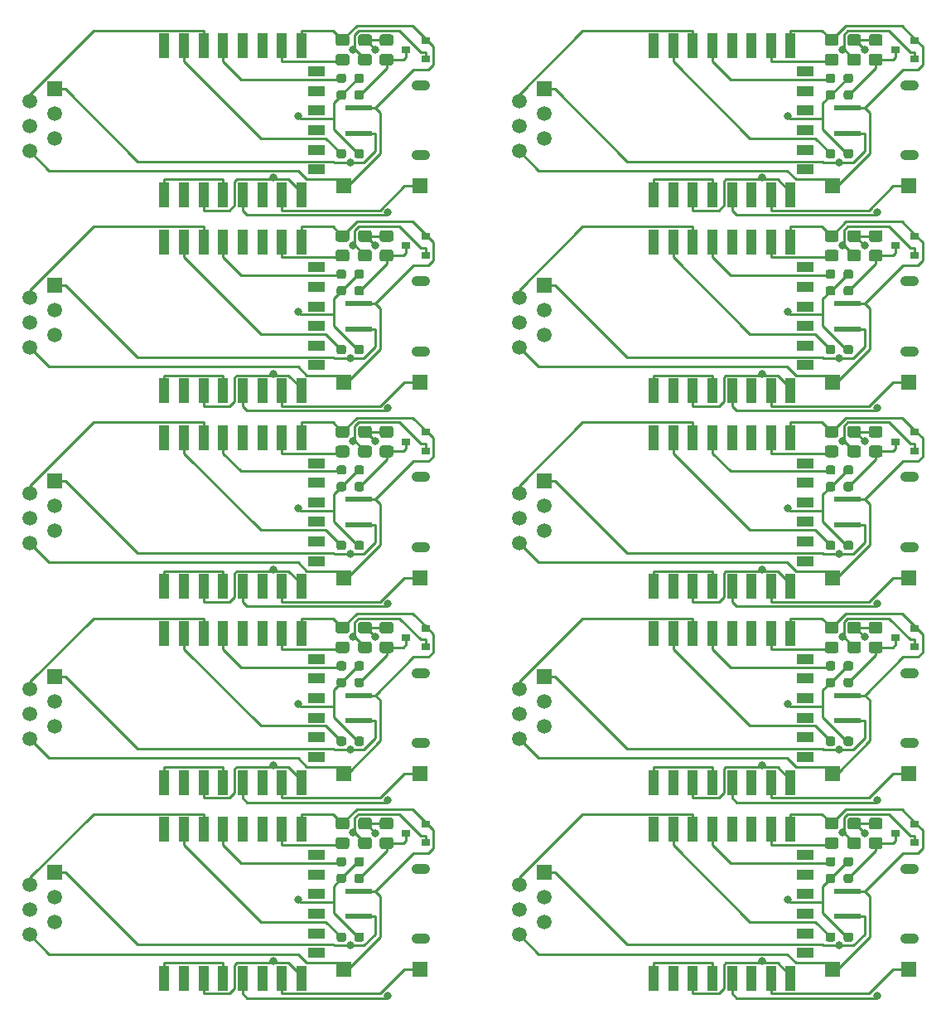
<source format=gbr>
%TF.GenerationSoftware,KiCad,Pcbnew,(5.1.9)-1*%
%TF.CreationDate,2021-12-30T17:23:27+01:00*%
%TF.ProjectId,IM350_AM550_T210_5V_V5.1,494d3335-305f-4414-9d35-35305f543231,rev?*%
%TF.SameCoordinates,Original*%
%TF.FileFunction,Copper,L1,Top*%
%TF.FilePolarity,Positive*%
%FSLAX46Y46*%
G04 Gerber Fmt 4.6, Leading zero omitted, Abs format (unit mm)*
G04 Created by KiCad (PCBNEW (5.1.9)-1) date 2021-12-30 17:23:27*
%MOMM*%
%LPD*%
G01*
G04 APERTURE LIST*
%TA.AperFunction,ComponentPad*%
%ADD10R,1.520000X1.520000*%
%TD*%
%TA.AperFunction,ComponentPad*%
%ADD11C,1.520000*%
%TD*%
%TA.AperFunction,SMDPad,CuDef*%
%ADD12R,0.900000X0.800000*%
%TD*%
%TA.AperFunction,SMDPad,CuDef*%
%ADD13R,1.000000X2.500000*%
%TD*%
%TA.AperFunction,SMDPad,CuDef*%
%ADD14R,1.800000X1.000000*%
%TD*%
%TA.AperFunction,SMDPad,CuDef*%
%ADD15R,1.500000X1.500000*%
%TD*%
%TA.AperFunction,SMDPad,CuDef*%
%ADD16R,2.800000X0.600000*%
%TD*%
%TA.AperFunction,ComponentPad*%
%ADD17O,1.900000X1.050000*%
%TD*%
%TA.AperFunction,ViaPad*%
%ADD18C,0.800000*%
%TD*%
%TA.AperFunction,Conductor*%
%ADD19C,0.250000*%
%TD*%
G04 APERTURE END LIST*
D10*
%TO.P,J2,1*%
%TO.N,+5V*%
X48400000Y-146800000D03*
D11*
%TO.P,J2,2*%
%TO.N,/TRIGGER*%
X45860000Y-148070000D03*
%TO.P,J2,3*%
%TO.N,Net-(D1-Pad1)*%
X48400000Y-149340000D03*
%TO.P,J2,4*%
%TO.N,Net-(J2-Pad4)*%
X45860000Y-150610000D03*
%TO.P,J2,5*%
%TO.N,/DATA*%
X48400000Y-151880000D03*
%TO.P,J2,6*%
%TO.N,GND*%
X45860000Y-153150000D03*
%TD*%
%TO.P,J2,6*%
%TO.N,GND*%
X45860000Y-133150000D03*
%TO.P,J2,5*%
%TO.N,/DATA*%
X48400000Y-131880000D03*
%TO.P,J2,4*%
%TO.N,Net-(J2-Pad4)*%
X45860000Y-130610000D03*
%TO.P,J2,3*%
%TO.N,Net-(D1-Pad1)*%
X48400000Y-129340000D03*
%TO.P,J2,2*%
%TO.N,/TRIGGER*%
X45860000Y-128070000D03*
D10*
%TO.P,J2,1*%
%TO.N,+5V*%
X48400000Y-126800000D03*
%TD*%
%TO.P,J2,1*%
%TO.N,+5V*%
X48400000Y-106800000D03*
D11*
%TO.P,J2,2*%
%TO.N,/TRIGGER*%
X45860000Y-108070000D03*
%TO.P,J2,3*%
%TO.N,Net-(D1-Pad1)*%
X48400000Y-109340000D03*
%TO.P,J2,4*%
%TO.N,Net-(J2-Pad4)*%
X45860000Y-110610000D03*
%TO.P,J2,5*%
%TO.N,/DATA*%
X48400000Y-111880000D03*
%TO.P,J2,6*%
%TO.N,GND*%
X45860000Y-113150000D03*
%TD*%
%TO.P,J2,6*%
%TO.N,GND*%
X45860000Y-93150000D03*
%TO.P,J2,5*%
%TO.N,/DATA*%
X48400000Y-91880000D03*
%TO.P,J2,4*%
%TO.N,Net-(J2-Pad4)*%
X45860000Y-90610000D03*
%TO.P,J2,3*%
%TO.N,Net-(D1-Pad1)*%
X48400000Y-89340000D03*
%TO.P,J2,2*%
%TO.N,/TRIGGER*%
X45860000Y-88070000D03*
D10*
%TO.P,J2,1*%
%TO.N,+5V*%
X48400000Y-86800000D03*
%TD*%
%TO.P,R1,2*%
%TO.N,Net-(R1-Pad2)*%
%TA.AperFunction,SMDPad,CuDef*%
G36*
G01*
X78175000Y-153162500D02*
X78175000Y-153637500D01*
G75*
G02*
X77937500Y-153875000I-237500J0D01*
G01*
X77437500Y-153875000D01*
G75*
G02*
X77200000Y-153637500I0J237500D01*
G01*
X77200000Y-153162500D01*
G75*
G02*
X77437500Y-152925000I237500J0D01*
G01*
X77937500Y-152925000D01*
G75*
G02*
X78175000Y-153162500I0J-237500D01*
G01*
G37*
%TD.AperFunction*%
%TO.P,R1,1*%
%TO.N,Net-(R1-Pad1)*%
%TA.AperFunction,SMDPad,CuDef*%
G36*
G01*
X80000000Y-153162500D02*
X80000000Y-153637500D01*
G75*
G02*
X79762500Y-153875000I-237500J0D01*
G01*
X79262500Y-153875000D01*
G75*
G02*
X79025000Y-153637500I0J237500D01*
G01*
X79025000Y-153162500D01*
G75*
G02*
X79262500Y-152925000I237500J0D01*
G01*
X79762500Y-152925000D01*
G75*
G02*
X80000000Y-153162500I0J-237500D01*
G01*
G37*
%TD.AperFunction*%
%TD*%
%TO.P,R8,2*%
%TO.N,Net-(Q1-Pad3)*%
%TA.AperFunction,SMDPad,CuDef*%
G36*
G01*
X81849999Y-143200000D02*
X82750001Y-143200000D01*
G75*
G02*
X83000000Y-143449999I0J-249999D01*
G01*
X83000000Y-144150001D01*
G75*
G02*
X82750001Y-144400000I-249999J0D01*
G01*
X81849999Y-144400000D01*
G75*
G02*
X81600000Y-144150001I0J249999D01*
G01*
X81600000Y-143449999D01*
G75*
G02*
X81849999Y-143200000I249999J0D01*
G01*
G37*
%TD.AperFunction*%
%TO.P,R8,1*%
%TO.N,Net-(R8-Pad1)*%
%TA.AperFunction,SMDPad,CuDef*%
G36*
G01*
X81849999Y-141200000D02*
X82750001Y-141200000D01*
G75*
G02*
X83000000Y-141449999I0J-249999D01*
G01*
X83000000Y-142150001D01*
G75*
G02*
X82750001Y-142400000I-249999J0D01*
G01*
X81849999Y-142400000D01*
G75*
G02*
X81600000Y-142150001I0J249999D01*
G01*
X81600000Y-141449999D01*
G75*
G02*
X81849999Y-141200000I249999J0D01*
G01*
G37*
%TD.AperFunction*%
%TD*%
%TO.P,R3,1*%
%TO.N,Net-(R3-Pad1)*%
%TA.AperFunction,SMDPad,CuDef*%
G36*
G01*
X78250001Y-144400000D02*
X77349999Y-144400000D01*
G75*
G02*
X77100000Y-144150001I0J249999D01*
G01*
X77100000Y-143449999D01*
G75*
G02*
X77349999Y-143200000I249999J0D01*
G01*
X78250001Y-143200000D01*
G75*
G02*
X78500000Y-143449999I0J-249999D01*
G01*
X78500000Y-144150001D01*
G75*
G02*
X78250001Y-144400000I-249999J0D01*
G01*
G37*
%TD.AperFunction*%
%TO.P,R3,2*%
%TO.N,GND*%
%TA.AperFunction,SMDPad,CuDef*%
G36*
G01*
X78250001Y-142400000D02*
X77349999Y-142400000D01*
G75*
G02*
X77100000Y-142150001I0J249999D01*
G01*
X77100000Y-141449999D01*
G75*
G02*
X77349999Y-141200000I249999J0D01*
G01*
X78250001Y-141200000D01*
G75*
G02*
X78500000Y-141449999I0J-249999D01*
G01*
X78500000Y-142150001D01*
G75*
G02*
X78250001Y-142400000I-249999J0D01*
G01*
G37*
%TD.AperFunction*%
%TD*%
D12*
%TO.P,Q1,1*%
%TO.N,/DATA*%
X86300000Y-143750000D03*
%TO.P,Q1,2*%
%TO.N,GND*%
X86300000Y-141850000D03*
%TO.P,Q1,3*%
%TO.N,Net-(Q1-Pad3)*%
X84300000Y-142800000D03*
%TD*%
D11*
%TO.P,J2,6*%
%TO.N,GND*%
X95860000Y-153150000D03*
%TO.P,J2,5*%
%TO.N,/DATA*%
X98400000Y-151880000D03*
%TO.P,J2,4*%
%TO.N,Net-(J2-Pad4)*%
X95860000Y-150610000D03*
%TO.P,J2,3*%
%TO.N,Net-(D1-Pad1)*%
X98400000Y-149340000D03*
%TO.P,J2,2*%
%TO.N,/TRIGGER*%
X95860000Y-148070000D03*
D10*
%TO.P,J2,1*%
%TO.N,+5V*%
X98400000Y-146800000D03*
%TD*%
D12*
%TO.P,Q1,3*%
%TO.N,Net-(Q1-Pad3)*%
X134300000Y-142800000D03*
%TO.P,Q1,2*%
%TO.N,GND*%
X136300000Y-141850000D03*
%TO.P,Q1,1*%
%TO.N,/DATA*%
X136300000Y-143750000D03*
%TD*%
%TO.P,R3,2*%
%TO.N,GND*%
%TA.AperFunction,SMDPad,CuDef*%
G36*
G01*
X128250001Y-142400000D02*
X127349999Y-142400000D01*
G75*
G02*
X127100000Y-142150001I0J249999D01*
G01*
X127100000Y-141449999D01*
G75*
G02*
X127349999Y-141200000I249999J0D01*
G01*
X128250001Y-141200000D01*
G75*
G02*
X128500000Y-141449999I0J-249999D01*
G01*
X128500000Y-142150001D01*
G75*
G02*
X128250001Y-142400000I-249999J0D01*
G01*
G37*
%TD.AperFunction*%
%TO.P,R3,1*%
%TO.N,Net-(R3-Pad1)*%
%TA.AperFunction,SMDPad,CuDef*%
G36*
G01*
X128250001Y-144400000D02*
X127349999Y-144400000D01*
G75*
G02*
X127100000Y-144150001I0J249999D01*
G01*
X127100000Y-143449999D01*
G75*
G02*
X127349999Y-143200000I249999J0D01*
G01*
X128250001Y-143200000D01*
G75*
G02*
X128500000Y-143449999I0J-249999D01*
G01*
X128500000Y-144150001D01*
G75*
G02*
X128250001Y-144400000I-249999J0D01*
G01*
G37*
%TD.AperFunction*%
%TD*%
D13*
%TO.P,U2,22*%
%TO.N,Net-(U2-Pad22)*%
X109600000Y-142400000D03*
%TO.P,U2,21*%
%TO.N,Net-(R1-Pad2)*%
X111600000Y-142400000D03*
%TO.P,U2,20*%
%TO.N,/TRIGGER*%
X113600000Y-142400000D03*
%TO.P,U2,19*%
%TO.N,Net-(R2-Pad2)*%
X115600000Y-142400000D03*
%TO.P,U2,18*%
%TO.N,Net-(U2-Pad18)*%
X117600000Y-142400000D03*
%TO.P,U2,17*%
%TO.N,Net-(U2-Pad17)*%
X119600000Y-142400000D03*
%TO.P,U2,16*%
%TO.N,Net-(R3-Pad1)*%
X121600000Y-142400000D03*
%TO.P,U2,15*%
%TO.N,GND*%
X123600000Y-142400000D03*
D14*
%TO.P,U2,14*%
%TO.N,Net-(U2-Pad14)*%
X125100000Y-145000000D03*
%TO.P,U2,13*%
%TO.N,Net-(U2-Pad13)*%
X125100000Y-147000000D03*
%TO.P,U2,12*%
%TO.N,Net-(U2-Pad12)*%
X125100000Y-149000000D03*
%TO.P,U2,11*%
%TO.N,Net-(U2-Pad11)*%
X125100000Y-151000000D03*
%TO.P,U2,10*%
%TO.N,Net-(U2-Pad10)*%
X125100000Y-153000000D03*
%TO.P,U2,9*%
%TO.N,Net-(U2-Pad9)*%
X125100000Y-155000000D03*
D13*
%TO.P,U2,8*%
%TO.N,+3V3*%
X123600000Y-157600000D03*
%TO.P,U2,7*%
%TO.N,Net-(SW1-Pad1)*%
X121600000Y-157600000D03*
%TO.P,U2,6*%
%TO.N,Net-(U2-Pad6)*%
X119600000Y-157600000D03*
%TO.P,U2,5*%
%TO.N,Net-(R8-Pad1)*%
X117600000Y-157600000D03*
%TO.P,U2,4*%
%TO.N,Net-(U2-Pad1)*%
X115600000Y-157600000D03*
%TO.P,U2,3*%
%TO.N,+3V3*%
X113600000Y-157600000D03*
%TO.P,U2,2*%
%TO.N,Net-(U2-Pad2)*%
X111600000Y-157600000D03*
%TO.P,U2,1*%
%TO.N,Net-(U2-Pad1)*%
X109600000Y-157600000D03*
%TD*%
%TO.P,R7,1*%
%TO.N,Net-(R1-Pad1)*%
%TA.AperFunction,SMDPad,CuDef*%
G36*
G01*
X127200000Y-147637500D02*
X127200000Y-147162500D01*
G75*
G02*
X127437500Y-146925000I237500J0D01*
G01*
X127937500Y-146925000D01*
G75*
G02*
X128175000Y-147162500I0J-237500D01*
G01*
X128175000Y-147637500D01*
G75*
G02*
X127937500Y-147875000I-237500J0D01*
G01*
X127437500Y-147875000D01*
G75*
G02*
X127200000Y-147637500I0J237500D01*
G01*
G37*
%TD.AperFunction*%
%TO.P,R7,2*%
%TO.N,Net-(Q1-Pad3)*%
%TA.AperFunction,SMDPad,CuDef*%
G36*
G01*
X129025000Y-147637500D02*
X129025000Y-147162500D01*
G75*
G02*
X129262500Y-146925000I237500J0D01*
G01*
X129762500Y-146925000D01*
G75*
G02*
X130000000Y-147162500I0J-237500D01*
G01*
X130000000Y-147637500D01*
G75*
G02*
X129762500Y-147875000I-237500J0D01*
G01*
X129262500Y-147875000D01*
G75*
G02*
X129025000Y-147637500I0J237500D01*
G01*
G37*
%TD.AperFunction*%
%TD*%
%TO.P,R9,2*%
%TO.N,/DATA*%
%TA.AperFunction,SMDPad,CuDef*%
G36*
G01*
X129649999Y-143200000D02*
X130550001Y-143200000D01*
G75*
G02*
X130800000Y-143449999I0J-249999D01*
G01*
X130800000Y-144150001D01*
G75*
G02*
X130550001Y-144400000I-249999J0D01*
G01*
X129649999Y-144400000D01*
G75*
G02*
X129400000Y-144150001I0J249999D01*
G01*
X129400000Y-143449999D01*
G75*
G02*
X129649999Y-143200000I249999J0D01*
G01*
G37*
%TD.AperFunction*%
%TO.P,R9,1*%
%TO.N,Net-(R8-Pad1)*%
%TA.AperFunction,SMDPad,CuDef*%
G36*
G01*
X129649999Y-141200000D02*
X130550001Y-141200000D01*
G75*
G02*
X130800000Y-141449999I0J-249999D01*
G01*
X130800000Y-142150001D01*
G75*
G02*
X130550001Y-142400000I-249999J0D01*
G01*
X129649999Y-142400000D01*
G75*
G02*
X129400000Y-142150001I0J249999D01*
G01*
X129400000Y-141449999D01*
G75*
G02*
X129649999Y-141200000I249999J0D01*
G01*
G37*
%TD.AperFunction*%
%TD*%
%TO.P,R2,2*%
%TO.N,Net-(R2-Pad2)*%
%TA.AperFunction,SMDPad,CuDef*%
G36*
G01*
X128175000Y-145462500D02*
X128175000Y-145937500D01*
G75*
G02*
X127937500Y-146175000I-237500J0D01*
G01*
X127437500Y-146175000D01*
G75*
G02*
X127200000Y-145937500I0J237500D01*
G01*
X127200000Y-145462500D01*
G75*
G02*
X127437500Y-145225000I237500J0D01*
G01*
X127937500Y-145225000D01*
G75*
G02*
X128175000Y-145462500I0J-237500D01*
G01*
G37*
%TD.AperFunction*%
%TO.P,R2,1*%
%TO.N,Net-(R1-Pad1)*%
%TA.AperFunction,SMDPad,CuDef*%
G36*
G01*
X130000000Y-145462500D02*
X130000000Y-145937500D01*
G75*
G02*
X129762500Y-146175000I-237500J0D01*
G01*
X129262500Y-146175000D01*
G75*
G02*
X129025000Y-145937500I0J237500D01*
G01*
X129025000Y-145462500D01*
G75*
G02*
X129262500Y-145225000I237500J0D01*
G01*
X129762500Y-145225000D01*
G75*
G02*
X130000000Y-145462500I0J-237500D01*
G01*
G37*
%TD.AperFunction*%
%TD*%
%TO.P,R7,2*%
%TO.N,Net-(Q1-Pad3)*%
%TA.AperFunction,SMDPad,CuDef*%
G36*
G01*
X79025000Y-147637500D02*
X79025000Y-147162500D01*
G75*
G02*
X79262500Y-146925000I237500J0D01*
G01*
X79762500Y-146925000D01*
G75*
G02*
X80000000Y-147162500I0J-237500D01*
G01*
X80000000Y-147637500D01*
G75*
G02*
X79762500Y-147875000I-237500J0D01*
G01*
X79262500Y-147875000D01*
G75*
G02*
X79025000Y-147637500I0J237500D01*
G01*
G37*
%TD.AperFunction*%
%TO.P,R7,1*%
%TO.N,Net-(R1-Pad1)*%
%TA.AperFunction,SMDPad,CuDef*%
G36*
G01*
X77200000Y-147637500D02*
X77200000Y-147162500D01*
G75*
G02*
X77437500Y-146925000I237500J0D01*
G01*
X77937500Y-146925000D01*
G75*
G02*
X78175000Y-147162500I0J-237500D01*
G01*
X78175000Y-147637500D01*
G75*
G02*
X77937500Y-147875000I-237500J0D01*
G01*
X77437500Y-147875000D01*
G75*
G02*
X77200000Y-147637500I0J237500D01*
G01*
G37*
%TD.AperFunction*%
%TD*%
%TO.P,R2,1*%
%TO.N,Net-(R1-Pad1)*%
%TA.AperFunction,SMDPad,CuDef*%
G36*
G01*
X80000000Y-145462500D02*
X80000000Y-145937500D01*
G75*
G02*
X79762500Y-146175000I-237500J0D01*
G01*
X79262500Y-146175000D01*
G75*
G02*
X79025000Y-145937500I0J237500D01*
G01*
X79025000Y-145462500D01*
G75*
G02*
X79262500Y-145225000I237500J0D01*
G01*
X79762500Y-145225000D01*
G75*
G02*
X80000000Y-145462500I0J-237500D01*
G01*
G37*
%TD.AperFunction*%
%TO.P,R2,2*%
%TO.N,Net-(R2-Pad2)*%
%TA.AperFunction,SMDPad,CuDef*%
G36*
G01*
X78175000Y-145462500D02*
X78175000Y-145937500D01*
G75*
G02*
X77937500Y-146175000I-237500J0D01*
G01*
X77437500Y-146175000D01*
G75*
G02*
X77200000Y-145937500I0J237500D01*
G01*
X77200000Y-145462500D01*
G75*
G02*
X77437500Y-145225000I237500J0D01*
G01*
X77937500Y-145225000D01*
G75*
G02*
X78175000Y-145462500I0J-237500D01*
G01*
G37*
%TD.AperFunction*%
%TD*%
%TO.P,U2,1*%
%TO.N,Net-(U2-Pad1)*%
X59600000Y-157600000D03*
%TO.P,U2,2*%
%TO.N,Net-(U2-Pad2)*%
X61600000Y-157600000D03*
%TO.P,U2,3*%
%TO.N,+3V3*%
X63600000Y-157600000D03*
%TO.P,U2,4*%
%TO.N,Net-(U2-Pad1)*%
X65600000Y-157600000D03*
%TO.P,U2,5*%
%TO.N,Net-(R8-Pad1)*%
X67600000Y-157600000D03*
%TO.P,U2,6*%
%TO.N,Net-(U2-Pad6)*%
X69600000Y-157600000D03*
%TO.P,U2,7*%
%TO.N,Net-(SW1-Pad1)*%
X71600000Y-157600000D03*
%TO.P,U2,8*%
%TO.N,+3V3*%
X73600000Y-157600000D03*
D14*
%TO.P,U2,9*%
%TO.N,Net-(U2-Pad9)*%
X75100000Y-155000000D03*
%TO.P,U2,10*%
%TO.N,Net-(U2-Pad10)*%
X75100000Y-153000000D03*
%TO.P,U2,11*%
%TO.N,Net-(U2-Pad11)*%
X75100000Y-151000000D03*
%TO.P,U2,12*%
%TO.N,Net-(U2-Pad12)*%
X75100000Y-149000000D03*
%TO.P,U2,13*%
%TO.N,Net-(U2-Pad13)*%
X75100000Y-147000000D03*
%TO.P,U2,14*%
%TO.N,Net-(U2-Pad14)*%
X75100000Y-145000000D03*
D13*
%TO.P,U2,15*%
%TO.N,GND*%
X73600000Y-142400000D03*
%TO.P,U2,16*%
%TO.N,Net-(R3-Pad1)*%
X71600000Y-142400000D03*
%TO.P,U2,17*%
%TO.N,Net-(U2-Pad17)*%
X69600000Y-142400000D03*
%TO.P,U2,18*%
%TO.N,Net-(U2-Pad18)*%
X67600000Y-142400000D03*
%TO.P,U2,19*%
%TO.N,Net-(R2-Pad2)*%
X65600000Y-142400000D03*
%TO.P,U2,20*%
%TO.N,/TRIGGER*%
X63600000Y-142400000D03*
%TO.P,U2,21*%
%TO.N,Net-(R1-Pad2)*%
X61600000Y-142400000D03*
%TO.P,U2,22*%
%TO.N,Net-(U2-Pad22)*%
X59600000Y-142400000D03*
%TD*%
%TO.P,R1,1*%
%TO.N,Net-(R1-Pad1)*%
%TA.AperFunction,SMDPad,CuDef*%
G36*
G01*
X130000000Y-153162500D02*
X130000000Y-153637500D01*
G75*
G02*
X129762500Y-153875000I-237500J0D01*
G01*
X129262500Y-153875000D01*
G75*
G02*
X129025000Y-153637500I0J237500D01*
G01*
X129025000Y-153162500D01*
G75*
G02*
X129262500Y-152925000I237500J0D01*
G01*
X129762500Y-152925000D01*
G75*
G02*
X130000000Y-153162500I0J-237500D01*
G01*
G37*
%TD.AperFunction*%
%TO.P,R1,2*%
%TO.N,Net-(R1-Pad2)*%
%TA.AperFunction,SMDPad,CuDef*%
G36*
G01*
X128175000Y-153162500D02*
X128175000Y-153637500D01*
G75*
G02*
X127937500Y-153875000I-237500J0D01*
G01*
X127437500Y-153875000D01*
G75*
G02*
X127200000Y-153637500I0J237500D01*
G01*
X127200000Y-153162500D01*
G75*
G02*
X127437500Y-152925000I237500J0D01*
G01*
X127937500Y-152925000D01*
G75*
G02*
X128175000Y-153162500I0J-237500D01*
G01*
G37*
%TD.AperFunction*%
%TD*%
D15*
%TO.P,SW1,2*%
%TO.N,GND*%
X127900000Y-156700000D03*
%TO.P,SW1,1*%
%TO.N,Net-(SW1-Pad1)*%
X135700000Y-156700000D03*
%TD*%
D16*
%TO.P,J1,1*%
%TO.N,+5V*%
X129450000Y-151300000D03*
%TO.P,J1,5*%
%TO.N,GND*%
X129450000Y-148700000D03*
D17*
%TO.P,J1,*%
%TO.N,*%
X135800000Y-153575000D03*
X135800000Y-146425000D03*
%TD*%
%TO.P,R9,1*%
%TO.N,Net-(R8-Pad1)*%
%TA.AperFunction,SMDPad,CuDef*%
G36*
G01*
X79649999Y-141200000D02*
X80550001Y-141200000D01*
G75*
G02*
X80800000Y-141449999I0J-249999D01*
G01*
X80800000Y-142150001D01*
G75*
G02*
X80550001Y-142400000I-249999J0D01*
G01*
X79649999Y-142400000D01*
G75*
G02*
X79400000Y-142150001I0J249999D01*
G01*
X79400000Y-141449999D01*
G75*
G02*
X79649999Y-141200000I249999J0D01*
G01*
G37*
%TD.AperFunction*%
%TO.P,R9,2*%
%TO.N,/DATA*%
%TA.AperFunction,SMDPad,CuDef*%
G36*
G01*
X79649999Y-143200000D02*
X80550001Y-143200000D01*
G75*
G02*
X80800000Y-143449999I0J-249999D01*
G01*
X80800000Y-144150001D01*
G75*
G02*
X80550001Y-144400000I-249999J0D01*
G01*
X79649999Y-144400000D01*
G75*
G02*
X79400000Y-144150001I0J249999D01*
G01*
X79400000Y-143449999D01*
G75*
G02*
X79649999Y-143200000I249999J0D01*
G01*
G37*
%TD.AperFunction*%
%TD*%
%TO.P,R8,1*%
%TO.N,Net-(R8-Pad1)*%
%TA.AperFunction,SMDPad,CuDef*%
G36*
G01*
X131849999Y-141200000D02*
X132750001Y-141200000D01*
G75*
G02*
X133000000Y-141449999I0J-249999D01*
G01*
X133000000Y-142150001D01*
G75*
G02*
X132750001Y-142400000I-249999J0D01*
G01*
X131849999Y-142400000D01*
G75*
G02*
X131600000Y-142150001I0J249999D01*
G01*
X131600000Y-141449999D01*
G75*
G02*
X131849999Y-141200000I249999J0D01*
G01*
G37*
%TD.AperFunction*%
%TO.P,R8,2*%
%TO.N,Net-(Q1-Pad3)*%
%TA.AperFunction,SMDPad,CuDef*%
G36*
G01*
X131849999Y-143200000D02*
X132750001Y-143200000D01*
G75*
G02*
X133000000Y-143449999I0J-249999D01*
G01*
X133000000Y-144150001D01*
G75*
G02*
X132750001Y-144400000I-249999J0D01*
G01*
X131849999Y-144400000D01*
G75*
G02*
X131600000Y-144150001I0J249999D01*
G01*
X131600000Y-143449999D01*
G75*
G02*
X131849999Y-143200000I249999J0D01*
G01*
G37*
%TD.AperFunction*%
%TD*%
%TO.P,J1,*%
%TO.N,*%
X85800000Y-146425000D03*
X85800000Y-153575000D03*
D16*
%TO.P,J1,5*%
%TO.N,GND*%
X79450000Y-148700000D03*
%TO.P,J1,1*%
%TO.N,+5V*%
X79450000Y-151300000D03*
%TD*%
D15*
%TO.P,SW1,1*%
%TO.N,Net-(SW1-Pad1)*%
X85700000Y-156700000D03*
%TO.P,SW1,2*%
%TO.N,GND*%
X77900000Y-156700000D03*
%TD*%
D12*
%TO.P,Q1,1*%
%TO.N,/DATA*%
X136300000Y-123750000D03*
%TO.P,Q1,2*%
%TO.N,GND*%
X136300000Y-121850000D03*
%TO.P,Q1,3*%
%TO.N,Net-(Q1-Pad3)*%
X134300000Y-122800000D03*
%TD*%
%TO.P,R3,1*%
%TO.N,Net-(R3-Pad1)*%
%TA.AperFunction,SMDPad,CuDef*%
G36*
G01*
X128250001Y-124400000D02*
X127349999Y-124400000D01*
G75*
G02*
X127100000Y-124150001I0J249999D01*
G01*
X127100000Y-123449999D01*
G75*
G02*
X127349999Y-123200000I249999J0D01*
G01*
X128250001Y-123200000D01*
G75*
G02*
X128500000Y-123449999I0J-249999D01*
G01*
X128500000Y-124150001D01*
G75*
G02*
X128250001Y-124400000I-249999J0D01*
G01*
G37*
%TD.AperFunction*%
%TO.P,R3,2*%
%TO.N,GND*%
%TA.AperFunction,SMDPad,CuDef*%
G36*
G01*
X128250001Y-122400000D02*
X127349999Y-122400000D01*
G75*
G02*
X127100000Y-122150001I0J249999D01*
G01*
X127100000Y-121449999D01*
G75*
G02*
X127349999Y-121200000I249999J0D01*
G01*
X128250001Y-121200000D01*
G75*
G02*
X128500000Y-121449999I0J-249999D01*
G01*
X128500000Y-122150001D01*
G75*
G02*
X128250001Y-122400000I-249999J0D01*
G01*
G37*
%TD.AperFunction*%
%TD*%
D10*
%TO.P,J2,1*%
%TO.N,+5V*%
X98400000Y-126800000D03*
D11*
%TO.P,J2,2*%
%TO.N,/TRIGGER*%
X95860000Y-128070000D03*
%TO.P,J2,3*%
%TO.N,Net-(D1-Pad1)*%
X98400000Y-129340000D03*
%TO.P,J2,4*%
%TO.N,Net-(J2-Pad4)*%
X95860000Y-130610000D03*
%TO.P,J2,5*%
%TO.N,/DATA*%
X98400000Y-131880000D03*
%TO.P,J2,6*%
%TO.N,GND*%
X95860000Y-133150000D03*
%TD*%
%TO.P,R9,2*%
%TO.N,/DATA*%
%TA.AperFunction,SMDPad,CuDef*%
G36*
G01*
X79649999Y-123200000D02*
X80550001Y-123200000D01*
G75*
G02*
X80800000Y-123449999I0J-249999D01*
G01*
X80800000Y-124150001D01*
G75*
G02*
X80550001Y-124400000I-249999J0D01*
G01*
X79649999Y-124400000D01*
G75*
G02*
X79400000Y-124150001I0J249999D01*
G01*
X79400000Y-123449999D01*
G75*
G02*
X79649999Y-123200000I249999J0D01*
G01*
G37*
%TD.AperFunction*%
%TO.P,R9,1*%
%TO.N,Net-(R8-Pad1)*%
%TA.AperFunction,SMDPad,CuDef*%
G36*
G01*
X79649999Y-121200000D02*
X80550001Y-121200000D01*
G75*
G02*
X80800000Y-121449999I0J-249999D01*
G01*
X80800000Y-122150001D01*
G75*
G02*
X80550001Y-122400000I-249999J0D01*
G01*
X79649999Y-122400000D01*
G75*
G02*
X79400000Y-122150001I0J249999D01*
G01*
X79400000Y-121449999D01*
G75*
G02*
X79649999Y-121200000I249999J0D01*
G01*
G37*
%TD.AperFunction*%
%TD*%
D15*
%TO.P,SW1,1*%
%TO.N,Net-(SW1-Pad1)*%
X135700000Y-136700000D03*
%TO.P,SW1,2*%
%TO.N,GND*%
X127900000Y-136700000D03*
%TD*%
%TO.P,R7,2*%
%TO.N,Net-(Q1-Pad3)*%
%TA.AperFunction,SMDPad,CuDef*%
G36*
G01*
X129025000Y-127637500D02*
X129025000Y-127162500D01*
G75*
G02*
X129262500Y-126925000I237500J0D01*
G01*
X129762500Y-126925000D01*
G75*
G02*
X130000000Y-127162500I0J-237500D01*
G01*
X130000000Y-127637500D01*
G75*
G02*
X129762500Y-127875000I-237500J0D01*
G01*
X129262500Y-127875000D01*
G75*
G02*
X129025000Y-127637500I0J237500D01*
G01*
G37*
%TD.AperFunction*%
%TO.P,R7,1*%
%TO.N,Net-(R1-Pad1)*%
%TA.AperFunction,SMDPad,CuDef*%
G36*
G01*
X127200000Y-127637500D02*
X127200000Y-127162500D01*
G75*
G02*
X127437500Y-126925000I237500J0D01*
G01*
X127937500Y-126925000D01*
G75*
G02*
X128175000Y-127162500I0J-237500D01*
G01*
X128175000Y-127637500D01*
G75*
G02*
X127937500Y-127875000I-237500J0D01*
G01*
X127437500Y-127875000D01*
G75*
G02*
X127200000Y-127637500I0J237500D01*
G01*
G37*
%TD.AperFunction*%
%TD*%
%TO.P,R2,1*%
%TO.N,Net-(R1-Pad1)*%
%TA.AperFunction,SMDPad,CuDef*%
G36*
G01*
X130000000Y-125462500D02*
X130000000Y-125937500D01*
G75*
G02*
X129762500Y-126175000I-237500J0D01*
G01*
X129262500Y-126175000D01*
G75*
G02*
X129025000Y-125937500I0J237500D01*
G01*
X129025000Y-125462500D01*
G75*
G02*
X129262500Y-125225000I237500J0D01*
G01*
X129762500Y-125225000D01*
G75*
G02*
X130000000Y-125462500I0J-237500D01*
G01*
G37*
%TD.AperFunction*%
%TO.P,R2,2*%
%TO.N,Net-(R2-Pad2)*%
%TA.AperFunction,SMDPad,CuDef*%
G36*
G01*
X128175000Y-125462500D02*
X128175000Y-125937500D01*
G75*
G02*
X127937500Y-126175000I-237500J0D01*
G01*
X127437500Y-126175000D01*
G75*
G02*
X127200000Y-125937500I0J237500D01*
G01*
X127200000Y-125462500D01*
G75*
G02*
X127437500Y-125225000I237500J0D01*
G01*
X127937500Y-125225000D01*
G75*
G02*
X128175000Y-125462500I0J-237500D01*
G01*
G37*
%TD.AperFunction*%
%TD*%
%TO.P,R1,2*%
%TO.N,Net-(R1-Pad2)*%
%TA.AperFunction,SMDPad,CuDef*%
G36*
G01*
X128175000Y-133162500D02*
X128175000Y-133637500D01*
G75*
G02*
X127937500Y-133875000I-237500J0D01*
G01*
X127437500Y-133875000D01*
G75*
G02*
X127200000Y-133637500I0J237500D01*
G01*
X127200000Y-133162500D01*
G75*
G02*
X127437500Y-132925000I237500J0D01*
G01*
X127937500Y-132925000D01*
G75*
G02*
X128175000Y-133162500I0J-237500D01*
G01*
G37*
%TD.AperFunction*%
%TO.P,R1,1*%
%TO.N,Net-(R1-Pad1)*%
%TA.AperFunction,SMDPad,CuDef*%
G36*
G01*
X130000000Y-133162500D02*
X130000000Y-133637500D01*
G75*
G02*
X129762500Y-133875000I-237500J0D01*
G01*
X129262500Y-133875000D01*
G75*
G02*
X129025000Y-133637500I0J237500D01*
G01*
X129025000Y-133162500D01*
G75*
G02*
X129262500Y-132925000I237500J0D01*
G01*
X129762500Y-132925000D01*
G75*
G02*
X130000000Y-133162500I0J-237500D01*
G01*
G37*
%TD.AperFunction*%
%TD*%
D17*
%TO.P,J1,*%
%TO.N,*%
X135800000Y-126425000D03*
X135800000Y-133575000D03*
D16*
%TO.P,J1,5*%
%TO.N,GND*%
X129450000Y-128700000D03*
%TO.P,J1,1*%
%TO.N,+5V*%
X129450000Y-131300000D03*
%TD*%
%TO.P,R9,1*%
%TO.N,Net-(R8-Pad1)*%
%TA.AperFunction,SMDPad,CuDef*%
G36*
G01*
X129649999Y-121200000D02*
X130550001Y-121200000D01*
G75*
G02*
X130800000Y-121449999I0J-249999D01*
G01*
X130800000Y-122150001D01*
G75*
G02*
X130550001Y-122400000I-249999J0D01*
G01*
X129649999Y-122400000D01*
G75*
G02*
X129400000Y-122150001I0J249999D01*
G01*
X129400000Y-121449999D01*
G75*
G02*
X129649999Y-121200000I249999J0D01*
G01*
G37*
%TD.AperFunction*%
%TO.P,R9,2*%
%TO.N,/DATA*%
%TA.AperFunction,SMDPad,CuDef*%
G36*
G01*
X129649999Y-123200000D02*
X130550001Y-123200000D01*
G75*
G02*
X130800000Y-123449999I0J-249999D01*
G01*
X130800000Y-124150001D01*
G75*
G02*
X130550001Y-124400000I-249999J0D01*
G01*
X129649999Y-124400000D01*
G75*
G02*
X129400000Y-124150001I0J249999D01*
G01*
X129400000Y-123449999D01*
G75*
G02*
X129649999Y-123200000I249999J0D01*
G01*
G37*
%TD.AperFunction*%
%TD*%
D13*
%TO.P,U2,1*%
%TO.N,Net-(U2-Pad1)*%
X109600000Y-137600000D03*
%TO.P,U2,2*%
%TO.N,Net-(U2-Pad2)*%
X111600000Y-137600000D03*
%TO.P,U2,3*%
%TO.N,+3V3*%
X113600000Y-137600000D03*
%TO.P,U2,4*%
%TO.N,Net-(U2-Pad1)*%
X115600000Y-137600000D03*
%TO.P,U2,5*%
%TO.N,Net-(R8-Pad1)*%
X117600000Y-137600000D03*
%TO.P,U2,6*%
%TO.N,Net-(U2-Pad6)*%
X119600000Y-137600000D03*
%TO.P,U2,7*%
%TO.N,Net-(SW1-Pad1)*%
X121600000Y-137600000D03*
%TO.P,U2,8*%
%TO.N,+3V3*%
X123600000Y-137600000D03*
D14*
%TO.P,U2,9*%
%TO.N,Net-(U2-Pad9)*%
X125100000Y-135000000D03*
%TO.P,U2,10*%
%TO.N,Net-(U2-Pad10)*%
X125100000Y-133000000D03*
%TO.P,U2,11*%
%TO.N,Net-(U2-Pad11)*%
X125100000Y-131000000D03*
%TO.P,U2,12*%
%TO.N,Net-(U2-Pad12)*%
X125100000Y-129000000D03*
%TO.P,U2,13*%
%TO.N,Net-(U2-Pad13)*%
X125100000Y-127000000D03*
%TO.P,U2,14*%
%TO.N,Net-(U2-Pad14)*%
X125100000Y-125000000D03*
D13*
%TO.P,U2,15*%
%TO.N,GND*%
X123600000Y-122400000D03*
%TO.P,U2,16*%
%TO.N,Net-(R3-Pad1)*%
X121600000Y-122400000D03*
%TO.P,U2,17*%
%TO.N,Net-(U2-Pad17)*%
X119600000Y-122400000D03*
%TO.P,U2,18*%
%TO.N,Net-(U2-Pad18)*%
X117600000Y-122400000D03*
%TO.P,U2,19*%
%TO.N,Net-(R2-Pad2)*%
X115600000Y-122400000D03*
%TO.P,U2,20*%
%TO.N,/TRIGGER*%
X113600000Y-122400000D03*
%TO.P,U2,21*%
%TO.N,Net-(R1-Pad2)*%
X111600000Y-122400000D03*
%TO.P,U2,22*%
%TO.N,Net-(U2-Pad22)*%
X109600000Y-122400000D03*
%TD*%
%TO.P,R8,2*%
%TO.N,Net-(Q1-Pad3)*%
%TA.AperFunction,SMDPad,CuDef*%
G36*
G01*
X131849999Y-123200000D02*
X132750001Y-123200000D01*
G75*
G02*
X133000000Y-123449999I0J-249999D01*
G01*
X133000000Y-124150001D01*
G75*
G02*
X132750001Y-124400000I-249999J0D01*
G01*
X131849999Y-124400000D01*
G75*
G02*
X131600000Y-124150001I0J249999D01*
G01*
X131600000Y-123449999D01*
G75*
G02*
X131849999Y-123200000I249999J0D01*
G01*
G37*
%TD.AperFunction*%
%TO.P,R8,1*%
%TO.N,Net-(R8-Pad1)*%
%TA.AperFunction,SMDPad,CuDef*%
G36*
G01*
X131849999Y-121200000D02*
X132750001Y-121200000D01*
G75*
G02*
X133000000Y-121449999I0J-249999D01*
G01*
X133000000Y-122150001D01*
G75*
G02*
X132750001Y-122400000I-249999J0D01*
G01*
X131849999Y-122400000D01*
G75*
G02*
X131600000Y-122150001I0J249999D01*
G01*
X131600000Y-121449999D01*
G75*
G02*
X131849999Y-121200000I249999J0D01*
G01*
G37*
%TD.AperFunction*%
%TD*%
%TO.P,R7,1*%
%TO.N,Net-(R1-Pad1)*%
%TA.AperFunction,SMDPad,CuDef*%
G36*
G01*
X77200000Y-127637500D02*
X77200000Y-127162500D01*
G75*
G02*
X77437500Y-126925000I237500J0D01*
G01*
X77937500Y-126925000D01*
G75*
G02*
X78175000Y-127162500I0J-237500D01*
G01*
X78175000Y-127637500D01*
G75*
G02*
X77937500Y-127875000I-237500J0D01*
G01*
X77437500Y-127875000D01*
G75*
G02*
X77200000Y-127637500I0J237500D01*
G01*
G37*
%TD.AperFunction*%
%TO.P,R7,2*%
%TO.N,Net-(Q1-Pad3)*%
%TA.AperFunction,SMDPad,CuDef*%
G36*
G01*
X79025000Y-127637500D02*
X79025000Y-127162500D01*
G75*
G02*
X79262500Y-126925000I237500J0D01*
G01*
X79762500Y-126925000D01*
G75*
G02*
X80000000Y-127162500I0J-237500D01*
G01*
X80000000Y-127637500D01*
G75*
G02*
X79762500Y-127875000I-237500J0D01*
G01*
X79262500Y-127875000D01*
G75*
G02*
X79025000Y-127637500I0J237500D01*
G01*
G37*
%TD.AperFunction*%
%TD*%
%TO.P,U2,22*%
%TO.N,Net-(U2-Pad22)*%
X59600000Y-122400000D03*
%TO.P,U2,21*%
%TO.N,Net-(R1-Pad2)*%
X61600000Y-122400000D03*
%TO.P,U2,20*%
%TO.N,/TRIGGER*%
X63600000Y-122400000D03*
%TO.P,U2,19*%
%TO.N,Net-(R2-Pad2)*%
X65600000Y-122400000D03*
%TO.P,U2,18*%
%TO.N,Net-(U2-Pad18)*%
X67600000Y-122400000D03*
%TO.P,U2,17*%
%TO.N,Net-(U2-Pad17)*%
X69600000Y-122400000D03*
%TO.P,U2,16*%
%TO.N,Net-(R3-Pad1)*%
X71600000Y-122400000D03*
%TO.P,U2,15*%
%TO.N,GND*%
X73600000Y-122400000D03*
D14*
%TO.P,U2,14*%
%TO.N,Net-(U2-Pad14)*%
X75100000Y-125000000D03*
%TO.P,U2,13*%
%TO.N,Net-(U2-Pad13)*%
X75100000Y-127000000D03*
%TO.P,U2,12*%
%TO.N,Net-(U2-Pad12)*%
X75100000Y-129000000D03*
%TO.P,U2,11*%
%TO.N,Net-(U2-Pad11)*%
X75100000Y-131000000D03*
%TO.P,U2,10*%
%TO.N,Net-(U2-Pad10)*%
X75100000Y-133000000D03*
%TO.P,U2,9*%
%TO.N,Net-(U2-Pad9)*%
X75100000Y-135000000D03*
D13*
%TO.P,U2,8*%
%TO.N,+3V3*%
X73600000Y-137600000D03*
%TO.P,U2,7*%
%TO.N,Net-(SW1-Pad1)*%
X71600000Y-137600000D03*
%TO.P,U2,6*%
%TO.N,Net-(U2-Pad6)*%
X69600000Y-137600000D03*
%TO.P,U2,5*%
%TO.N,Net-(R8-Pad1)*%
X67600000Y-137600000D03*
%TO.P,U2,4*%
%TO.N,Net-(U2-Pad1)*%
X65600000Y-137600000D03*
%TO.P,U2,3*%
%TO.N,+3V3*%
X63600000Y-137600000D03*
%TO.P,U2,2*%
%TO.N,Net-(U2-Pad2)*%
X61600000Y-137600000D03*
%TO.P,U2,1*%
%TO.N,Net-(U2-Pad1)*%
X59600000Y-137600000D03*
%TD*%
%TO.P,R2,2*%
%TO.N,Net-(R2-Pad2)*%
%TA.AperFunction,SMDPad,CuDef*%
G36*
G01*
X78175000Y-125462500D02*
X78175000Y-125937500D01*
G75*
G02*
X77937500Y-126175000I-237500J0D01*
G01*
X77437500Y-126175000D01*
G75*
G02*
X77200000Y-125937500I0J237500D01*
G01*
X77200000Y-125462500D01*
G75*
G02*
X77437500Y-125225000I237500J0D01*
G01*
X77937500Y-125225000D01*
G75*
G02*
X78175000Y-125462500I0J-237500D01*
G01*
G37*
%TD.AperFunction*%
%TO.P,R2,1*%
%TO.N,Net-(R1-Pad1)*%
%TA.AperFunction,SMDPad,CuDef*%
G36*
G01*
X80000000Y-125462500D02*
X80000000Y-125937500D01*
G75*
G02*
X79762500Y-126175000I-237500J0D01*
G01*
X79262500Y-126175000D01*
G75*
G02*
X79025000Y-125937500I0J237500D01*
G01*
X79025000Y-125462500D01*
G75*
G02*
X79262500Y-125225000I237500J0D01*
G01*
X79762500Y-125225000D01*
G75*
G02*
X80000000Y-125462500I0J-237500D01*
G01*
G37*
%TD.AperFunction*%
%TD*%
D15*
%TO.P,SW1,2*%
%TO.N,GND*%
X77900000Y-136700000D03*
%TO.P,SW1,1*%
%TO.N,Net-(SW1-Pad1)*%
X85700000Y-136700000D03*
%TD*%
D16*
%TO.P,J1,1*%
%TO.N,+5V*%
X79450000Y-131300000D03*
%TO.P,J1,5*%
%TO.N,GND*%
X79450000Y-128700000D03*
D17*
%TO.P,J1,*%
%TO.N,*%
X85800000Y-133575000D03*
X85800000Y-126425000D03*
%TD*%
%TO.P,R8,1*%
%TO.N,Net-(R8-Pad1)*%
%TA.AperFunction,SMDPad,CuDef*%
G36*
G01*
X81849999Y-121200000D02*
X82750001Y-121200000D01*
G75*
G02*
X83000000Y-121449999I0J-249999D01*
G01*
X83000000Y-122150001D01*
G75*
G02*
X82750001Y-122400000I-249999J0D01*
G01*
X81849999Y-122400000D01*
G75*
G02*
X81600000Y-122150001I0J249999D01*
G01*
X81600000Y-121449999D01*
G75*
G02*
X81849999Y-121200000I249999J0D01*
G01*
G37*
%TD.AperFunction*%
%TO.P,R8,2*%
%TO.N,Net-(Q1-Pad3)*%
%TA.AperFunction,SMDPad,CuDef*%
G36*
G01*
X81849999Y-123200000D02*
X82750001Y-123200000D01*
G75*
G02*
X83000000Y-123449999I0J-249999D01*
G01*
X83000000Y-124150001D01*
G75*
G02*
X82750001Y-124400000I-249999J0D01*
G01*
X81849999Y-124400000D01*
G75*
G02*
X81600000Y-124150001I0J249999D01*
G01*
X81600000Y-123449999D01*
G75*
G02*
X81849999Y-123200000I249999J0D01*
G01*
G37*
%TD.AperFunction*%
%TD*%
%TO.P,R1,1*%
%TO.N,Net-(R1-Pad1)*%
%TA.AperFunction,SMDPad,CuDef*%
G36*
G01*
X80000000Y-133162500D02*
X80000000Y-133637500D01*
G75*
G02*
X79762500Y-133875000I-237500J0D01*
G01*
X79262500Y-133875000D01*
G75*
G02*
X79025000Y-133637500I0J237500D01*
G01*
X79025000Y-133162500D01*
G75*
G02*
X79262500Y-132925000I237500J0D01*
G01*
X79762500Y-132925000D01*
G75*
G02*
X80000000Y-133162500I0J-237500D01*
G01*
G37*
%TD.AperFunction*%
%TO.P,R1,2*%
%TO.N,Net-(R1-Pad2)*%
%TA.AperFunction,SMDPad,CuDef*%
G36*
G01*
X78175000Y-133162500D02*
X78175000Y-133637500D01*
G75*
G02*
X77937500Y-133875000I-237500J0D01*
G01*
X77437500Y-133875000D01*
G75*
G02*
X77200000Y-133637500I0J237500D01*
G01*
X77200000Y-133162500D01*
G75*
G02*
X77437500Y-132925000I237500J0D01*
G01*
X77937500Y-132925000D01*
G75*
G02*
X78175000Y-133162500I0J-237500D01*
G01*
G37*
%TD.AperFunction*%
%TD*%
%TO.P,R3,2*%
%TO.N,GND*%
%TA.AperFunction,SMDPad,CuDef*%
G36*
G01*
X78250001Y-122400000D02*
X77349999Y-122400000D01*
G75*
G02*
X77100000Y-122150001I0J249999D01*
G01*
X77100000Y-121449999D01*
G75*
G02*
X77349999Y-121200000I249999J0D01*
G01*
X78250001Y-121200000D01*
G75*
G02*
X78500000Y-121449999I0J-249999D01*
G01*
X78500000Y-122150001D01*
G75*
G02*
X78250001Y-122400000I-249999J0D01*
G01*
G37*
%TD.AperFunction*%
%TO.P,R3,1*%
%TO.N,Net-(R3-Pad1)*%
%TA.AperFunction,SMDPad,CuDef*%
G36*
G01*
X78250001Y-124400000D02*
X77349999Y-124400000D01*
G75*
G02*
X77100000Y-124150001I0J249999D01*
G01*
X77100000Y-123449999D01*
G75*
G02*
X77349999Y-123200000I249999J0D01*
G01*
X78250001Y-123200000D01*
G75*
G02*
X78500000Y-123449999I0J-249999D01*
G01*
X78500000Y-124150001D01*
G75*
G02*
X78250001Y-124400000I-249999J0D01*
G01*
G37*
%TD.AperFunction*%
%TD*%
D12*
%TO.P,Q1,3*%
%TO.N,Net-(Q1-Pad3)*%
X84300000Y-122800000D03*
%TO.P,Q1,2*%
%TO.N,GND*%
X86300000Y-121850000D03*
%TO.P,Q1,1*%
%TO.N,/DATA*%
X86300000Y-123750000D03*
%TD*%
%TO.P,R2,1*%
%TO.N,Net-(R1-Pad1)*%
%TA.AperFunction,SMDPad,CuDef*%
G36*
G01*
X80000000Y-105462500D02*
X80000000Y-105937500D01*
G75*
G02*
X79762500Y-106175000I-237500J0D01*
G01*
X79262500Y-106175000D01*
G75*
G02*
X79025000Y-105937500I0J237500D01*
G01*
X79025000Y-105462500D01*
G75*
G02*
X79262500Y-105225000I237500J0D01*
G01*
X79762500Y-105225000D01*
G75*
G02*
X80000000Y-105462500I0J-237500D01*
G01*
G37*
%TD.AperFunction*%
%TO.P,R2,2*%
%TO.N,Net-(R2-Pad2)*%
%TA.AperFunction,SMDPad,CuDef*%
G36*
G01*
X78175000Y-105462500D02*
X78175000Y-105937500D01*
G75*
G02*
X77937500Y-106175000I-237500J0D01*
G01*
X77437500Y-106175000D01*
G75*
G02*
X77200000Y-105937500I0J237500D01*
G01*
X77200000Y-105462500D01*
G75*
G02*
X77437500Y-105225000I237500J0D01*
G01*
X77937500Y-105225000D01*
G75*
G02*
X78175000Y-105462500I0J-237500D01*
G01*
G37*
%TD.AperFunction*%
%TD*%
D15*
%TO.P,SW1,1*%
%TO.N,Net-(SW1-Pad1)*%
X85700000Y-116700000D03*
%TO.P,SW1,2*%
%TO.N,GND*%
X77900000Y-116700000D03*
%TD*%
D17*
%TO.P,J1,*%
%TO.N,*%
X85800000Y-106425000D03*
X85800000Y-113575000D03*
D16*
%TO.P,J1,5*%
%TO.N,GND*%
X79450000Y-108700000D03*
%TO.P,J1,1*%
%TO.N,+5V*%
X79450000Y-111300000D03*
%TD*%
%TO.P,R8,2*%
%TO.N,Net-(Q1-Pad3)*%
%TA.AperFunction,SMDPad,CuDef*%
G36*
G01*
X81849999Y-103200000D02*
X82750001Y-103200000D01*
G75*
G02*
X83000000Y-103449999I0J-249999D01*
G01*
X83000000Y-104150001D01*
G75*
G02*
X82750001Y-104400000I-249999J0D01*
G01*
X81849999Y-104400000D01*
G75*
G02*
X81600000Y-104150001I0J249999D01*
G01*
X81600000Y-103449999D01*
G75*
G02*
X81849999Y-103200000I249999J0D01*
G01*
G37*
%TD.AperFunction*%
%TO.P,R8,1*%
%TO.N,Net-(R8-Pad1)*%
%TA.AperFunction,SMDPad,CuDef*%
G36*
G01*
X81849999Y-101200000D02*
X82750001Y-101200000D01*
G75*
G02*
X83000000Y-101449999I0J-249999D01*
G01*
X83000000Y-102150001D01*
G75*
G02*
X82750001Y-102400000I-249999J0D01*
G01*
X81849999Y-102400000D01*
G75*
G02*
X81600000Y-102150001I0J249999D01*
G01*
X81600000Y-101449999D01*
G75*
G02*
X81849999Y-101200000I249999J0D01*
G01*
G37*
%TD.AperFunction*%
%TD*%
%TO.P,R7,2*%
%TO.N,Net-(Q1-Pad3)*%
%TA.AperFunction,SMDPad,CuDef*%
G36*
G01*
X79025000Y-107637500D02*
X79025000Y-107162500D01*
G75*
G02*
X79262500Y-106925000I237500J0D01*
G01*
X79762500Y-106925000D01*
G75*
G02*
X80000000Y-107162500I0J-237500D01*
G01*
X80000000Y-107637500D01*
G75*
G02*
X79762500Y-107875000I-237500J0D01*
G01*
X79262500Y-107875000D01*
G75*
G02*
X79025000Y-107637500I0J237500D01*
G01*
G37*
%TD.AperFunction*%
%TO.P,R7,1*%
%TO.N,Net-(R1-Pad1)*%
%TA.AperFunction,SMDPad,CuDef*%
G36*
G01*
X77200000Y-107637500D02*
X77200000Y-107162500D01*
G75*
G02*
X77437500Y-106925000I237500J0D01*
G01*
X77937500Y-106925000D01*
G75*
G02*
X78175000Y-107162500I0J-237500D01*
G01*
X78175000Y-107637500D01*
G75*
G02*
X77937500Y-107875000I-237500J0D01*
G01*
X77437500Y-107875000D01*
G75*
G02*
X77200000Y-107637500I0J237500D01*
G01*
G37*
%TD.AperFunction*%
%TD*%
D13*
%TO.P,U2,1*%
%TO.N,Net-(U2-Pad1)*%
X59600000Y-117600000D03*
%TO.P,U2,2*%
%TO.N,Net-(U2-Pad2)*%
X61600000Y-117600000D03*
%TO.P,U2,3*%
%TO.N,+3V3*%
X63600000Y-117600000D03*
%TO.P,U2,4*%
%TO.N,Net-(U2-Pad1)*%
X65600000Y-117600000D03*
%TO.P,U2,5*%
%TO.N,Net-(R8-Pad1)*%
X67600000Y-117600000D03*
%TO.P,U2,6*%
%TO.N,Net-(U2-Pad6)*%
X69600000Y-117600000D03*
%TO.P,U2,7*%
%TO.N,Net-(SW1-Pad1)*%
X71600000Y-117600000D03*
%TO.P,U2,8*%
%TO.N,+3V3*%
X73600000Y-117600000D03*
D14*
%TO.P,U2,9*%
%TO.N,Net-(U2-Pad9)*%
X75100000Y-115000000D03*
%TO.P,U2,10*%
%TO.N,Net-(U2-Pad10)*%
X75100000Y-113000000D03*
%TO.P,U2,11*%
%TO.N,Net-(U2-Pad11)*%
X75100000Y-111000000D03*
%TO.P,U2,12*%
%TO.N,Net-(U2-Pad12)*%
X75100000Y-109000000D03*
%TO.P,U2,13*%
%TO.N,Net-(U2-Pad13)*%
X75100000Y-107000000D03*
%TO.P,U2,14*%
%TO.N,Net-(U2-Pad14)*%
X75100000Y-105000000D03*
D13*
%TO.P,U2,15*%
%TO.N,GND*%
X73600000Y-102400000D03*
%TO.P,U2,16*%
%TO.N,Net-(R3-Pad1)*%
X71600000Y-102400000D03*
%TO.P,U2,17*%
%TO.N,Net-(U2-Pad17)*%
X69600000Y-102400000D03*
%TO.P,U2,18*%
%TO.N,Net-(U2-Pad18)*%
X67600000Y-102400000D03*
%TO.P,U2,19*%
%TO.N,Net-(R2-Pad2)*%
X65600000Y-102400000D03*
%TO.P,U2,20*%
%TO.N,/TRIGGER*%
X63600000Y-102400000D03*
%TO.P,U2,21*%
%TO.N,Net-(R1-Pad2)*%
X61600000Y-102400000D03*
%TO.P,U2,22*%
%TO.N,Net-(U2-Pad22)*%
X59600000Y-102400000D03*
%TD*%
%TO.P,R1,2*%
%TO.N,Net-(R1-Pad2)*%
%TA.AperFunction,SMDPad,CuDef*%
G36*
G01*
X78175000Y-113162500D02*
X78175000Y-113637500D01*
G75*
G02*
X77937500Y-113875000I-237500J0D01*
G01*
X77437500Y-113875000D01*
G75*
G02*
X77200000Y-113637500I0J237500D01*
G01*
X77200000Y-113162500D01*
G75*
G02*
X77437500Y-112925000I237500J0D01*
G01*
X77937500Y-112925000D01*
G75*
G02*
X78175000Y-113162500I0J-237500D01*
G01*
G37*
%TD.AperFunction*%
%TO.P,R1,1*%
%TO.N,Net-(R1-Pad1)*%
%TA.AperFunction,SMDPad,CuDef*%
G36*
G01*
X80000000Y-113162500D02*
X80000000Y-113637500D01*
G75*
G02*
X79762500Y-113875000I-237500J0D01*
G01*
X79262500Y-113875000D01*
G75*
G02*
X79025000Y-113637500I0J237500D01*
G01*
X79025000Y-113162500D01*
G75*
G02*
X79262500Y-112925000I237500J0D01*
G01*
X79762500Y-112925000D01*
G75*
G02*
X80000000Y-113162500I0J-237500D01*
G01*
G37*
%TD.AperFunction*%
%TD*%
%TO.P,R3,1*%
%TO.N,Net-(R3-Pad1)*%
%TA.AperFunction,SMDPad,CuDef*%
G36*
G01*
X78250001Y-104400000D02*
X77349999Y-104400000D01*
G75*
G02*
X77100000Y-104150001I0J249999D01*
G01*
X77100000Y-103449999D01*
G75*
G02*
X77349999Y-103200000I249999J0D01*
G01*
X78250001Y-103200000D01*
G75*
G02*
X78500000Y-103449999I0J-249999D01*
G01*
X78500000Y-104150001D01*
G75*
G02*
X78250001Y-104400000I-249999J0D01*
G01*
G37*
%TD.AperFunction*%
%TO.P,R3,2*%
%TO.N,GND*%
%TA.AperFunction,SMDPad,CuDef*%
G36*
G01*
X78250001Y-102400000D02*
X77349999Y-102400000D01*
G75*
G02*
X77100000Y-102150001I0J249999D01*
G01*
X77100000Y-101449999D01*
G75*
G02*
X77349999Y-101200000I249999J0D01*
G01*
X78250001Y-101200000D01*
G75*
G02*
X78500000Y-101449999I0J-249999D01*
G01*
X78500000Y-102150001D01*
G75*
G02*
X78250001Y-102400000I-249999J0D01*
G01*
G37*
%TD.AperFunction*%
%TD*%
D12*
%TO.P,Q1,1*%
%TO.N,/DATA*%
X86300000Y-103750000D03*
%TO.P,Q1,2*%
%TO.N,GND*%
X86300000Y-101850000D03*
%TO.P,Q1,3*%
%TO.N,Net-(Q1-Pad3)*%
X84300000Y-102800000D03*
%TD*%
%TO.P,R9,1*%
%TO.N,Net-(R8-Pad1)*%
%TA.AperFunction,SMDPad,CuDef*%
G36*
G01*
X79649999Y-101200000D02*
X80550001Y-101200000D01*
G75*
G02*
X80800000Y-101449999I0J-249999D01*
G01*
X80800000Y-102150001D01*
G75*
G02*
X80550001Y-102400000I-249999J0D01*
G01*
X79649999Y-102400000D01*
G75*
G02*
X79400000Y-102150001I0J249999D01*
G01*
X79400000Y-101449999D01*
G75*
G02*
X79649999Y-101200000I249999J0D01*
G01*
G37*
%TD.AperFunction*%
%TO.P,R9,2*%
%TO.N,/DATA*%
%TA.AperFunction,SMDPad,CuDef*%
G36*
G01*
X79649999Y-103200000D02*
X80550001Y-103200000D01*
G75*
G02*
X80800000Y-103449999I0J-249999D01*
G01*
X80800000Y-104150001D01*
G75*
G02*
X80550001Y-104400000I-249999J0D01*
G01*
X79649999Y-104400000D01*
G75*
G02*
X79400000Y-104150001I0J249999D01*
G01*
X79400000Y-103449999D01*
G75*
G02*
X79649999Y-103200000I249999J0D01*
G01*
G37*
%TD.AperFunction*%
%TD*%
%TO.P,R3,2*%
%TO.N,GND*%
%TA.AperFunction,SMDPad,CuDef*%
G36*
G01*
X128250001Y-102400000D02*
X127349999Y-102400000D01*
G75*
G02*
X127100000Y-102150001I0J249999D01*
G01*
X127100000Y-101449999D01*
G75*
G02*
X127349999Y-101200000I249999J0D01*
G01*
X128250001Y-101200000D01*
G75*
G02*
X128500000Y-101449999I0J-249999D01*
G01*
X128500000Y-102150001D01*
G75*
G02*
X128250001Y-102400000I-249999J0D01*
G01*
G37*
%TD.AperFunction*%
%TO.P,R3,1*%
%TO.N,Net-(R3-Pad1)*%
%TA.AperFunction,SMDPad,CuDef*%
G36*
G01*
X128250001Y-104400000D02*
X127349999Y-104400000D01*
G75*
G02*
X127100000Y-104150001I0J249999D01*
G01*
X127100000Y-103449999D01*
G75*
G02*
X127349999Y-103200000I249999J0D01*
G01*
X128250001Y-103200000D01*
G75*
G02*
X128500000Y-103449999I0J-249999D01*
G01*
X128500000Y-104150001D01*
G75*
G02*
X128250001Y-104400000I-249999J0D01*
G01*
G37*
%TD.AperFunction*%
%TD*%
%TO.P,Q1,3*%
%TO.N,Net-(Q1-Pad3)*%
X134300000Y-102800000D03*
%TO.P,Q1,2*%
%TO.N,GND*%
X136300000Y-101850000D03*
%TO.P,Q1,1*%
%TO.N,/DATA*%
X136300000Y-103750000D03*
%TD*%
D11*
%TO.P,J2,6*%
%TO.N,GND*%
X95860000Y-113150000D03*
%TO.P,J2,5*%
%TO.N,/DATA*%
X98400000Y-111880000D03*
%TO.P,J2,4*%
%TO.N,Net-(J2-Pad4)*%
X95860000Y-110610000D03*
%TO.P,J2,3*%
%TO.N,Net-(D1-Pad1)*%
X98400000Y-109340000D03*
%TO.P,J2,2*%
%TO.N,/TRIGGER*%
X95860000Y-108070000D03*
D10*
%TO.P,J2,1*%
%TO.N,+5V*%
X98400000Y-106800000D03*
%TD*%
D15*
%TO.P,SW1,2*%
%TO.N,GND*%
X127900000Y-116700000D03*
%TO.P,SW1,1*%
%TO.N,Net-(SW1-Pad1)*%
X135700000Y-116700000D03*
%TD*%
%TO.P,R2,2*%
%TO.N,Net-(R2-Pad2)*%
%TA.AperFunction,SMDPad,CuDef*%
G36*
G01*
X128175000Y-105462500D02*
X128175000Y-105937500D01*
G75*
G02*
X127937500Y-106175000I-237500J0D01*
G01*
X127437500Y-106175000D01*
G75*
G02*
X127200000Y-105937500I0J237500D01*
G01*
X127200000Y-105462500D01*
G75*
G02*
X127437500Y-105225000I237500J0D01*
G01*
X127937500Y-105225000D01*
G75*
G02*
X128175000Y-105462500I0J-237500D01*
G01*
G37*
%TD.AperFunction*%
%TO.P,R2,1*%
%TO.N,Net-(R1-Pad1)*%
%TA.AperFunction,SMDPad,CuDef*%
G36*
G01*
X130000000Y-105462500D02*
X130000000Y-105937500D01*
G75*
G02*
X129762500Y-106175000I-237500J0D01*
G01*
X129262500Y-106175000D01*
G75*
G02*
X129025000Y-105937500I0J237500D01*
G01*
X129025000Y-105462500D01*
G75*
G02*
X129262500Y-105225000I237500J0D01*
G01*
X129762500Y-105225000D01*
G75*
G02*
X130000000Y-105462500I0J-237500D01*
G01*
G37*
%TD.AperFunction*%
%TD*%
%TO.P,R1,1*%
%TO.N,Net-(R1-Pad1)*%
%TA.AperFunction,SMDPad,CuDef*%
G36*
G01*
X130000000Y-113162500D02*
X130000000Y-113637500D01*
G75*
G02*
X129762500Y-113875000I-237500J0D01*
G01*
X129262500Y-113875000D01*
G75*
G02*
X129025000Y-113637500I0J237500D01*
G01*
X129025000Y-113162500D01*
G75*
G02*
X129262500Y-112925000I237500J0D01*
G01*
X129762500Y-112925000D01*
G75*
G02*
X130000000Y-113162500I0J-237500D01*
G01*
G37*
%TD.AperFunction*%
%TO.P,R1,2*%
%TO.N,Net-(R1-Pad2)*%
%TA.AperFunction,SMDPad,CuDef*%
G36*
G01*
X128175000Y-113162500D02*
X128175000Y-113637500D01*
G75*
G02*
X127937500Y-113875000I-237500J0D01*
G01*
X127437500Y-113875000D01*
G75*
G02*
X127200000Y-113637500I0J237500D01*
G01*
X127200000Y-113162500D01*
G75*
G02*
X127437500Y-112925000I237500J0D01*
G01*
X127937500Y-112925000D01*
G75*
G02*
X128175000Y-113162500I0J-237500D01*
G01*
G37*
%TD.AperFunction*%
%TD*%
D16*
%TO.P,J1,1*%
%TO.N,+5V*%
X129450000Y-111300000D03*
%TO.P,J1,5*%
%TO.N,GND*%
X129450000Y-108700000D03*
D17*
%TO.P,J1,*%
%TO.N,*%
X135800000Y-113575000D03*
X135800000Y-106425000D03*
%TD*%
%TO.P,R7,1*%
%TO.N,Net-(R1-Pad1)*%
%TA.AperFunction,SMDPad,CuDef*%
G36*
G01*
X127200000Y-107637500D02*
X127200000Y-107162500D01*
G75*
G02*
X127437500Y-106925000I237500J0D01*
G01*
X127937500Y-106925000D01*
G75*
G02*
X128175000Y-107162500I0J-237500D01*
G01*
X128175000Y-107637500D01*
G75*
G02*
X127937500Y-107875000I-237500J0D01*
G01*
X127437500Y-107875000D01*
G75*
G02*
X127200000Y-107637500I0J237500D01*
G01*
G37*
%TD.AperFunction*%
%TO.P,R7,2*%
%TO.N,Net-(Q1-Pad3)*%
%TA.AperFunction,SMDPad,CuDef*%
G36*
G01*
X129025000Y-107637500D02*
X129025000Y-107162500D01*
G75*
G02*
X129262500Y-106925000I237500J0D01*
G01*
X129762500Y-106925000D01*
G75*
G02*
X130000000Y-107162500I0J-237500D01*
G01*
X130000000Y-107637500D01*
G75*
G02*
X129762500Y-107875000I-237500J0D01*
G01*
X129262500Y-107875000D01*
G75*
G02*
X129025000Y-107637500I0J237500D01*
G01*
G37*
%TD.AperFunction*%
%TD*%
D13*
%TO.P,U2,22*%
%TO.N,Net-(U2-Pad22)*%
X109600000Y-102400000D03*
%TO.P,U2,21*%
%TO.N,Net-(R1-Pad2)*%
X111600000Y-102400000D03*
%TO.P,U2,20*%
%TO.N,/TRIGGER*%
X113600000Y-102400000D03*
%TO.P,U2,19*%
%TO.N,Net-(R2-Pad2)*%
X115600000Y-102400000D03*
%TO.P,U2,18*%
%TO.N,Net-(U2-Pad18)*%
X117600000Y-102400000D03*
%TO.P,U2,17*%
%TO.N,Net-(U2-Pad17)*%
X119600000Y-102400000D03*
%TO.P,U2,16*%
%TO.N,Net-(R3-Pad1)*%
X121600000Y-102400000D03*
%TO.P,U2,15*%
%TO.N,GND*%
X123600000Y-102400000D03*
D14*
%TO.P,U2,14*%
%TO.N,Net-(U2-Pad14)*%
X125100000Y-105000000D03*
%TO.P,U2,13*%
%TO.N,Net-(U2-Pad13)*%
X125100000Y-107000000D03*
%TO.P,U2,12*%
%TO.N,Net-(U2-Pad12)*%
X125100000Y-109000000D03*
%TO.P,U2,11*%
%TO.N,Net-(U2-Pad11)*%
X125100000Y-111000000D03*
%TO.P,U2,10*%
%TO.N,Net-(U2-Pad10)*%
X125100000Y-113000000D03*
%TO.P,U2,9*%
%TO.N,Net-(U2-Pad9)*%
X125100000Y-115000000D03*
D13*
%TO.P,U2,8*%
%TO.N,+3V3*%
X123600000Y-117600000D03*
%TO.P,U2,7*%
%TO.N,Net-(SW1-Pad1)*%
X121600000Y-117600000D03*
%TO.P,U2,6*%
%TO.N,Net-(U2-Pad6)*%
X119600000Y-117600000D03*
%TO.P,U2,5*%
%TO.N,Net-(R8-Pad1)*%
X117600000Y-117600000D03*
%TO.P,U2,4*%
%TO.N,Net-(U2-Pad1)*%
X115600000Y-117600000D03*
%TO.P,U2,3*%
%TO.N,+3V3*%
X113600000Y-117600000D03*
%TO.P,U2,2*%
%TO.N,Net-(U2-Pad2)*%
X111600000Y-117600000D03*
%TO.P,U2,1*%
%TO.N,Net-(U2-Pad1)*%
X109600000Y-117600000D03*
%TD*%
%TO.P,R9,2*%
%TO.N,/DATA*%
%TA.AperFunction,SMDPad,CuDef*%
G36*
G01*
X129649999Y-103200000D02*
X130550001Y-103200000D01*
G75*
G02*
X130800000Y-103449999I0J-249999D01*
G01*
X130800000Y-104150001D01*
G75*
G02*
X130550001Y-104400000I-249999J0D01*
G01*
X129649999Y-104400000D01*
G75*
G02*
X129400000Y-104150001I0J249999D01*
G01*
X129400000Y-103449999D01*
G75*
G02*
X129649999Y-103200000I249999J0D01*
G01*
G37*
%TD.AperFunction*%
%TO.P,R9,1*%
%TO.N,Net-(R8-Pad1)*%
%TA.AperFunction,SMDPad,CuDef*%
G36*
G01*
X129649999Y-101200000D02*
X130550001Y-101200000D01*
G75*
G02*
X130800000Y-101449999I0J-249999D01*
G01*
X130800000Y-102150001D01*
G75*
G02*
X130550001Y-102400000I-249999J0D01*
G01*
X129649999Y-102400000D01*
G75*
G02*
X129400000Y-102150001I0J249999D01*
G01*
X129400000Y-101449999D01*
G75*
G02*
X129649999Y-101200000I249999J0D01*
G01*
G37*
%TD.AperFunction*%
%TD*%
%TO.P,R8,1*%
%TO.N,Net-(R8-Pad1)*%
%TA.AperFunction,SMDPad,CuDef*%
G36*
G01*
X131849999Y-101200000D02*
X132750001Y-101200000D01*
G75*
G02*
X133000000Y-101449999I0J-249999D01*
G01*
X133000000Y-102150001D01*
G75*
G02*
X132750001Y-102400000I-249999J0D01*
G01*
X131849999Y-102400000D01*
G75*
G02*
X131600000Y-102150001I0J249999D01*
G01*
X131600000Y-101449999D01*
G75*
G02*
X131849999Y-101200000I249999J0D01*
G01*
G37*
%TD.AperFunction*%
%TO.P,R8,2*%
%TO.N,Net-(Q1-Pad3)*%
%TA.AperFunction,SMDPad,CuDef*%
G36*
G01*
X131849999Y-103200000D02*
X132750001Y-103200000D01*
G75*
G02*
X133000000Y-103449999I0J-249999D01*
G01*
X133000000Y-104150001D01*
G75*
G02*
X132750001Y-104400000I-249999J0D01*
G01*
X131849999Y-104400000D01*
G75*
G02*
X131600000Y-104150001I0J249999D01*
G01*
X131600000Y-103449999D01*
G75*
G02*
X131849999Y-103200000I249999J0D01*
G01*
G37*
%TD.AperFunction*%
%TD*%
%TO.P,U2,22*%
%TO.N,Net-(U2-Pad22)*%
X59600000Y-82400000D03*
%TO.P,U2,21*%
%TO.N,Net-(R1-Pad2)*%
X61600000Y-82400000D03*
%TO.P,U2,20*%
%TO.N,/TRIGGER*%
X63600000Y-82400000D03*
%TO.P,U2,19*%
%TO.N,Net-(R2-Pad2)*%
X65600000Y-82400000D03*
%TO.P,U2,18*%
%TO.N,Net-(U2-Pad18)*%
X67600000Y-82400000D03*
%TO.P,U2,17*%
%TO.N,Net-(U2-Pad17)*%
X69600000Y-82400000D03*
%TO.P,U2,16*%
%TO.N,Net-(R3-Pad1)*%
X71600000Y-82400000D03*
%TO.P,U2,15*%
%TO.N,GND*%
X73600000Y-82400000D03*
D14*
%TO.P,U2,14*%
%TO.N,Net-(U2-Pad14)*%
X75100000Y-85000000D03*
%TO.P,U2,13*%
%TO.N,Net-(U2-Pad13)*%
X75100000Y-87000000D03*
%TO.P,U2,12*%
%TO.N,Net-(U2-Pad12)*%
X75100000Y-89000000D03*
%TO.P,U2,11*%
%TO.N,Net-(U2-Pad11)*%
X75100000Y-91000000D03*
%TO.P,U2,10*%
%TO.N,Net-(U2-Pad10)*%
X75100000Y-93000000D03*
%TO.P,U2,9*%
%TO.N,Net-(U2-Pad9)*%
X75100000Y-95000000D03*
D13*
%TO.P,U2,8*%
%TO.N,+3V3*%
X73600000Y-97600000D03*
%TO.P,U2,7*%
%TO.N,Net-(SW1-Pad1)*%
X71600000Y-97600000D03*
%TO.P,U2,6*%
%TO.N,Net-(U2-Pad6)*%
X69600000Y-97600000D03*
%TO.P,U2,5*%
%TO.N,Net-(R8-Pad1)*%
X67600000Y-97600000D03*
%TO.P,U2,4*%
%TO.N,Net-(U2-Pad1)*%
X65600000Y-97600000D03*
%TO.P,U2,3*%
%TO.N,+3V3*%
X63600000Y-97600000D03*
%TO.P,U2,2*%
%TO.N,Net-(U2-Pad2)*%
X61600000Y-97600000D03*
%TO.P,U2,1*%
%TO.N,Net-(U2-Pad1)*%
X59600000Y-97600000D03*
%TD*%
D15*
%TO.P,SW1,2*%
%TO.N,GND*%
X77900000Y-96700000D03*
%TO.P,SW1,1*%
%TO.N,Net-(SW1-Pad1)*%
X85700000Y-96700000D03*
%TD*%
%TO.P,R2,2*%
%TO.N,Net-(R2-Pad2)*%
%TA.AperFunction,SMDPad,CuDef*%
G36*
G01*
X78175000Y-85462500D02*
X78175000Y-85937500D01*
G75*
G02*
X77937500Y-86175000I-237500J0D01*
G01*
X77437500Y-86175000D01*
G75*
G02*
X77200000Y-85937500I0J237500D01*
G01*
X77200000Y-85462500D01*
G75*
G02*
X77437500Y-85225000I237500J0D01*
G01*
X77937500Y-85225000D01*
G75*
G02*
X78175000Y-85462500I0J-237500D01*
G01*
G37*
%TD.AperFunction*%
%TO.P,R2,1*%
%TO.N,Net-(R1-Pad1)*%
%TA.AperFunction,SMDPad,CuDef*%
G36*
G01*
X80000000Y-85462500D02*
X80000000Y-85937500D01*
G75*
G02*
X79762500Y-86175000I-237500J0D01*
G01*
X79262500Y-86175000D01*
G75*
G02*
X79025000Y-85937500I0J237500D01*
G01*
X79025000Y-85462500D01*
G75*
G02*
X79262500Y-85225000I237500J0D01*
G01*
X79762500Y-85225000D01*
G75*
G02*
X80000000Y-85462500I0J-237500D01*
G01*
G37*
%TD.AperFunction*%
%TD*%
D16*
%TO.P,J1,1*%
%TO.N,+5V*%
X79450000Y-91300000D03*
%TO.P,J1,5*%
%TO.N,GND*%
X79450000Y-88700000D03*
D17*
%TO.P,J1,*%
%TO.N,*%
X85800000Y-93575000D03*
X85800000Y-86425000D03*
%TD*%
D12*
%TO.P,Q1,3*%
%TO.N,Net-(Q1-Pad3)*%
X84300000Y-82800000D03*
%TO.P,Q1,2*%
%TO.N,GND*%
X86300000Y-81850000D03*
%TO.P,Q1,1*%
%TO.N,/DATA*%
X86300000Y-83750000D03*
%TD*%
%TO.P,R1,1*%
%TO.N,Net-(R1-Pad1)*%
%TA.AperFunction,SMDPad,CuDef*%
G36*
G01*
X80000000Y-93162500D02*
X80000000Y-93637500D01*
G75*
G02*
X79762500Y-93875000I-237500J0D01*
G01*
X79262500Y-93875000D01*
G75*
G02*
X79025000Y-93637500I0J237500D01*
G01*
X79025000Y-93162500D01*
G75*
G02*
X79262500Y-92925000I237500J0D01*
G01*
X79762500Y-92925000D01*
G75*
G02*
X80000000Y-93162500I0J-237500D01*
G01*
G37*
%TD.AperFunction*%
%TO.P,R1,2*%
%TO.N,Net-(R1-Pad2)*%
%TA.AperFunction,SMDPad,CuDef*%
G36*
G01*
X78175000Y-93162500D02*
X78175000Y-93637500D01*
G75*
G02*
X77937500Y-93875000I-237500J0D01*
G01*
X77437500Y-93875000D01*
G75*
G02*
X77200000Y-93637500I0J237500D01*
G01*
X77200000Y-93162500D01*
G75*
G02*
X77437500Y-92925000I237500J0D01*
G01*
X77937500Y-92925000D01*
G75*
G02*
X78175000Y-93162500I0J-237500D01*
G01*
G37*
%TD.AperFunction*%
%TD*%
%TO.P,R8,1*%
%TO.N,Net-(R8-Pad1)*%
%TA.AperFunction,SMDPad,CuDef*%
G36*
G01*
X81849999Y-81200000D02*
X82750001Y-81200000D01*
G75*
G02*
X83000000Y-81449999I0J-249999D01*
G01*
X83000000Y-82150001D01*
G75*
G02*
X82750001Y-82400000I-249999J0D01*
G01*
X81849999Y-82400000D01*
G75*
G02*
X81600000Y-82150001I0J249999D01*
G01*
X81600000Y-81449999D01*
G75*
G02*
X81849999Y-81200000I249999J0D01*
G01*
G37*
%TD.AperFunction*%
%TO.P,R8,2*%
%TO.N,Net-(Q1-Pad3)*%
%TA.AperFunction,SMDPad,CuDef*%
G36*
G01*
X81849999Y-83200000D02*
X82750001Y-83200000D01*
G75*
G02*
X83000000Y-83449999I0J-249999D01*
G01*
X83000000Y-84150001D01*
G75*
G02*
X82750001Y-84400000I-249999J0D01*
G01*
X81849999Y-84400000D01*
G75*
G02*
X81600000Y-84150001I0J249999D01*
G01*
X81600000Y-83449999D01*
G75*
G02*
X81849999Y-83200000I249999J0D01*
G01*
G37*
%TD.AperFunction*%
%TD*%
%TO.P,R3,2*%
%TO.N,GND*%
%TA.AperFunction,SMDPad,CuDef*%
G36*
G01*
X78250001Y-82400000D02*
X77349999Y-82400000D01*
G75*
G02*
X77100000Y-82150001I0J249999D01*
G01*
X77100000Y-81449999D01*
G75*
G02*
X77349999Y-81200000I249999J0D01*
G01*
X78250001Y-81200000D01*
G75*
G02*
X78500000Y-81449999I0J-249999D01*
G01*
X78500000Y-82150001D01*
G75*
G02*
X78250001Y-82400000I-249999J0D01*
G01*
G37*
%TD.AperFunction*%
%TO.P,R3,1*%
%TO.N,Net-(R3-Pad1)*%
%TA.AperFunction,SMDPad,CuDef*%
G36*
G01*
X78250001Y-84400000D02*
X77349999Y-84400000D01*
G75*
G02*
X77100000Y-84150001I0J249999D01*
G01*
X77100000Y-83449999D01*
G75*
G02*
X77349999Y-83200000I249999J0D01*
G01*
X78250001Y-83200000D01*
G75*
G02*
X78500000Y-83449999I0J-249999D01*
G01*
X78500000Y-84150001D01*
G75*
G02*
X78250001Y-84400000I-249999J0D01*
G01*
G37*
%TD.AperFunction*%
%TD*%
%TO.P,R7,1*%
%TO.N,Net-(R1-Pad1)*%
%TA.AperFunction,SMDPad,CuDef*%
G36*
G01*
X77200000Y-87637500D02*
X77200000Y-87162500D01*
G75*
G02*
X77437500Y-86925000I237500J0D01*
G01*
X77937500Y-86925000D01*
G75*
G02*
X78175000Y-87162500I0J-237500D01*
G01*
X78175000Y-87637500D01*
G75*
G02*
X77937500Y-87875000I-237500J0D01*
G01*
X77437500Y-87875000D01*
G75*
G02*
X77200000Y-87637500I0J237500D01*
G01*
G37*
%TD.AperFunction*%
%TO.P,R7,2*%
%TO.N,Net-(Q1-Pad3)*%
%TA.AperFunction,SMDPad,CuDef*%
G36*
G01*
X79025000Y-87637500D02*
X79025000Y-87162500D01*
G75*
G02*
X79262500Y-86925000I237500J0D01*
G01*
X79762500Y-86925000D01*
G75*
G02*
X80000000Y-87162500I0J-237500D01*
G01*
X80000000Y-87637500D01*
G75*
G02*
X79762500Y-87875000I-237500J0D01*
G01*
X79262500Y-87875000D01*
G75*
G02*
X79025000Y-87637500I0J237500D01*
G01*
G37*
%TD.AperFunction*%
%TD*%
%TO.P,R9,2*%
%TO.N,/DATA*%
%TA.AperFunction,SMDPad,CuDef*%
G36*
G01*
X79649999Y-83200000D02*
X80550001Y-83200000D01*
G75*
G02*
X80800000Y-83449999I0J-249999D01*
G01*
X80800000Y-84150001D01*
G75*
G02*
X80550001Y-84400000I-249999J0D01*
G01*
X79649999Y-84400000D01*
G75*
G02*
X79400000Y-84150001I0J249999D01*
G01*
X79400000Y-83449999D01*
G75*
G02*
X79649999Y-83200000I249999J0D01*
G01*
G37*
%TD.AperFunction*%
%TO.P,R9,1*%
%TO.N,Net-(R8-Pad1)*%
%TA.AperFunction,SMDPad,CuDef*%
G36*
G01*
X79649999Y-81200000D02*
X80550001Y-81200000D01*
G75*
G02*
X80800000Y-81449999I0J-249999D01*
G01*
X80800000Y-82150001D01*
G75*
G02*
X80550001Y-82400000I-249999J0D01*
G01*
X79649999Y-82400000D01*
G75*
G02*
X79400000Y-82150001I0J249999D01*
G01*
X79400000Y-81449999D01*
G75*
G02*
X79649999Y-81200000I249999J0D01*
G01*
G37*
%TD.AperFunction*%
%TD*%
%TO.P,R3,1*%
%TO.N,Net-(R3-Pad1)*%
%TA.AperFunction,SMDPad,CuDef*%
G36*
G01*
X128250001Y-84400000D02*
X127349999Y-84400000D01*
G75*
G02*
X127100000Y-84150001I0J249999D01*
G01*
X127100000Y-83449999D01*
G75*
G02*
X127349999Y-83200000I249999J0D01*
G01*
X128250001Y-83200000D01*
G75*
G02*
X128500000Y-83449999I0J-249999D01*
G01*
X128500000Y-84150001D01*
G75*
G02*
X128250001Y-84400000I-249999J0D01*
G01*
G37*
%TD.AperFunction*%
%TO.P,R3,2*%
%TO.N,GND*%
%TA.AperFunction,SMDPad,CuDef*%
G36*
G01*
X128250001Y-82400000D02*
X127349999Y-82400000D01*
G75*
G02*
X127100000Y-82150001I0J249999D01*
G01*
X127100000Y-81449999D01*
G75*
G02*
X127349999Y-81200000I249999J0D01*
G01*
X128250001Y-81200000D01*
G75*
G02*
X128500000Y-81449999I0J-249999D01*
G01*
X128500000Y-82150001D01*
G75*
G02*
X128250001Y-82400000I-249999J0D01*
G01*
G37*
%TD.AperFunction*%
%TD*%
D15*
%TO.P,SW1,1*%
%TO.N,Net-(SW1-Pad1)*%
X135700000Y-96700000D03*
%TO.P,SW1,2*%
%TO.N,GND*%
X127900000Y-96700000D03*
%TD*%
%TO.P,R2,1*%
%TO.N,Net-(R1-Pad1)*%
%TA.AperFunction,SMDPad,CuDef*%
G36*
G01*
X130000000Y-85462500D02*
X130000000Y-85937500D01*
G75*
G02*
X129762500Y-86175000I-237500J0D01*
G01*
X129262500Y-86175000D01*
G75*
G02*
X129025000Y-85937500I0J237500D01*
G01*
X129025000Y-85462500D01*
G75*
G02*
X129262500Y-85225000I237500J0D01*
G01*
X129762500Y-85225000D01*
G75*
G02*
X130000000Y-85462500I0J-237500D01*
G01*
G37*
%TD.AperFunction*%
%TO.P,R2,2*%
%TO.N,Net-(R2-Pad2)*%
%TA.AperFunction,SMDPad,CuDef*%
G36*
G01*
X128175000Y-85462500D02*
X128175000Y-85937500D01*
G75*
G02*
X127937500Y-86175000I-237500J0D01*
G01*
X127437500Y-86175000D01*
G75*
G02*
X127200000Y-85937500I0J237500D01*
G01*
X127200000Y-85462500D01*
G75*
G02*
X127437500Y-85225000I237500J0D01*
G01*
X127937500Y-85225000D01*
G75*
G02*
X128175000Y-85462500I0J-237500D01*
G01*
G37*
%TD.AperFunction*%
%TD*%
%TO.P,R1,2*%
%TO.N,Net-(R1-Pad2)*%
%TA.AperFunction,SMDPad,CuDef*%
G36*
G01*
X128175000Y-93162500D02*
X128175000Y-93637500D01*
G75*
G02*
X127937500Y-93875000I-237500J0D01*
G01*
X127437500Y-93875000D01*
G75*
G02*
X127200000Y-93637500I0J237500D01*
G01*
X127200000Y-93162500D01*
G75*
G02*
X127437500Y-92925000I237500J0D01*
G01*
X127937500Y-92925000D01*
G75*
G02*
X128175000Y-93162500I0J-237500D01*
G01*
G37*
%TD.AperFunction*%
%TO.P,R1,1*%
%TO.N,Net-(R1-Pad1)*%
%TA.AperFunction,SMDPad,CuDef*%
G36*
G01*
X130000000Y-93162500D02*
X130000000Y-93637500D01*
G75*
G02*
X129762500Y-93875000I-237500J0D01*
G01*
X129262500Y-93875000D01*
G75*
G02*
X129025000Y-93637500I0J237500D01*
G01*
X129025000Y-93162500D01*
G75*
G02*
X129262500Y-92925000I237500J0D01*
G01*
X129762500Y-92925000D01*
G75*
G02*
X130000000Y-93162500I0J-237500D01*
G01*
G37*
%TD.AperFunction*%
%TD*%
D10*
%TO.P,J2,1*%
%TO.N,+5V*%
X98400000Y-86800000D03*
D11*
%TO.P,J2,2*%
%TO.N,/TRIGGER*%
X95860000Y-88070000D03*
%TO.P,J2,3*%
%TO.N,Net-(D1-Pad1)*%
X98400000Y-89340000D03*
%TO.P,J2,4*%
%TO.N,Net-(J2-Pad4)*%
X95860000Y-90610000D03*
%TO.P,J2,5*%
%TO.N,/DATA*%
X98400000Y-91880000D03*
%TO.P,J2,6*%
%TO.N,GND*%
X95860000Y-93150000D03*
%TD*%
%TO.P,R7,2*%
%TO.N,Net-(Q1-Pad3)*%
%TA.AperFunction,SMDPad,CuDef*%
G36*
G01*
X129025000Y-87637500D02*
X129025000Y-87162500D01*
G75*
G02*
X129262500Y-86925000I237500J0D01*
G01*
X129762500Y-86925000D01*
G75*
G02*
X130000000Y-87162500I0J-237500D01*
G01*
X130000000Y-87637500D01*
G75*
G02*
X129762500Y-87875000I-237500J0D01*
G01*
X129262500Y-87875000D01*
G75*
G02*
X129025000Y-87637500I0J237500D01*
G01*
G37*
%TD.AperFunction*%
%TO.P,R7,1*%
%TO.N,Net-(R1-Pad1)*%
%TA.AperFunction,SMDPad,CuDef*%
G36*
G01*
X127200000Y-87637500D02*
X127200000Y-87162500D01*
G75*
G02*
X127437500Y-86925000I237500J0D01*
G01*
X127937500Y-86925000D01*
G75*
G02*
X128175000Y-87162500I0J-237500D01*
G01*
X128175000Y-87637500D01*
G75*
G02*
X127937500Y-87875000I-237500J0D01*
G01*
X127437500Y-87875000D01*
G75*
G02*
X127200000Y-87637500I0J237500D01*
G01*
G37*
%TD.AperFunction*%
%TD*%
D17*
%TO.P,J1,*%
%TO.N,*%
X135800000Y-86425000D03*
X135800000Y-93575000D03*
D16*
%TO.P,J1,5*%
%TO.N,GND*%
X129450000Y-88700000D03*
%TO.P,J1,1*%
%TO.N,+5V*%
X129450000Y-91300000D03*
%TD*%
D12*
%TO.P,Q1,1*%
%TO.N,/DATA*%
X136300000Y-83750000D03*
%TO.P,Q1,2*%
%TO.N,GND*%
X136300000Y-81850000D03*
%TO.P,Q1,3*%
%TO.N,Net-(Q1-Pad3)*%
X134300000Y-82800000D03*
%TD*%
D13*
%TO.P,U2,1*%
%TO.N,Net-(U2-Pad1)*%
X109600000Y-97600000D03*
%TO.P,U2,2*%
%TO.N,Net-(U2-Pad2)*%
X111600000Y-97600000D03*
%TO.P,U2,3*%
%TO.N,+3V3*%
X113600000Y-97600000D03*
%TO.P,U2,4*%
%TO.N,Net-(U2-Pad1)*%
X115600000Y-97600000D03*
%TO.P,U2,5*%
%TO.N,Net-(R8-Pad1)*%
X117600000Y-97600000D03*
%TO.P,U2,6*%
%TO.N,Net-(U2-Pad6)*%
X119600000Y-97600000D03*
%TO.P,U2,7*%
%TO.N,Net-(SW1-Pad1)*%
X121600000Y-97600000D03*
%TO.P,U2,8*%
%TO.N,+3V3*%
X123600000Y-97600000D03*
D14*
%TO.P,U2,9*%
%TO.N,Net-(U2-Pad9)*%
X125100000Y-95000000D03*
%TO.P,U2,10*%
%TO.N,Net-(U2-Pad10)*%
X125100000Y-93000000D03*
%TO.P,U2,11*%
%TO.N,Net-(U2-Pad11)*%
X125100000Y-91000000D03*
%TO.P,U2,12*%
%TO.N,Net-(U2-Pad12)*%
X125100000Y-89000000D03*
%TO.P,U2,13*%
%TO.N,Net-(U2-Pad13)*%
X125100000Y-87000000D03*
%TO.P,U2,14*%
%TO.N,Net-(U2-Pad14)*%
X125100000Y-85000000D03*
D13*
%TO.P,U2,15*%
%TO.N,GND*%
X123600000Y-82400000D03*
%TO.P,U2,16*%
%TO.N,Net-(R3-Pad1)*%
X121600000Y-82400000D03*
%TO.P,U2,17*%
%TO.N,Net-(U2-Pad17)*%
X119600000Y-82400000D03*
%TO.P,U2,18*%
%TO.N,Net-(U2-Pad18)*%
X117600000Y-82400000D03*
%TO.P,U2,19*%
%TO.N,Net-(R2-Pad2)*%
X115600000Y-82400000D03*
%TO.P,U2,20*%
%TO.N,/TRIGGER*%
X113600000Y-82400000D03*
%TO.P,U2,21*%
%TO.N,Net-(R1-Pad2)*%
X111600000Y-82400000D03*
%TO.P,U2,22*%
%TO.N,Net-(U2-Pad22)*%
X109600000Y-82400000D03*
%TD*%
%TO.P,R8,2*%
%TO.N,Net-(Q1-Pad3)*%
%TA.AperFunction,SMDPad,CuDef*%
G36*
G01*
X131849999Y-83200000D02*
X132750001Y-83200000D01*
G75*
G02*
X133000000Y-83449999I0J-249999D01*
G01*
X133000000Y-84150001D01*
G75*
G02*
X132750001Y-84400000I-249999J0D01*
G01*
X131849999Y-84400000D01*
G75*
G02*
X131600000Y-84150001I0J249999D01*
G01*
X131600000Y-83449999D01*
G75*
G02*
X131849999Y-83200000I249999J0D01*
G01*
G37*
%TD.AperFunction*%
%TO.P,R8,1*%
%TO.N,Net-(R8-Pad1)*%
%TA.AperFunction,SMDPad,CuDef*%
G36*
G01*
X131849999Y-81200000D02*
X132750001Y-81200000D01*
G75*
G02*
X133000000Y-81449999I0J-249999D01*
G01*
X133000000Y-82150001D01*
G75*
G02*
X132750001Y-82400000I-249999J0D01*
G01*
X131849999Y-82400000D01*
G75*
G02*
X131600000Y-82150001I0J249999D01*
G01*
X131600000Y-81449999D01*
G75*
G02*
X131849999Y-81200000I249999J0D01*
G01*
G37*
%TD.AperFunction*%
%TD*%
%TO.P,R9,1*%
%TO.N,Net-(R8-Pad1)*%
%TA.AperFunction,SMDPad,CuDef*%
G36*
G01*
X129649999Y-81200000D02*
X130550001Y-81200000D01*
G75*
G02*
X130800000Y-81449999I0J-249999D01*
G01*
X130800000Y-82150001D01*
G75*
G02*
X130550001Y-82400000I-249999J0D01*
G01*
X129649999Y-82400000D01*
G75*
G02*
X129400000Y-82150001I0J249999D01*
G01*
X129400000Y-81449999D01*
G75*
G02*
X129649999Y-81200000I249999J0D01*
G01*
G37*
%TD.AperFunction*%
%TO.P,R9,2*%
%TO.N,/DATA*%
%TA.AperFunction,SMDPad,CuDef*%
G36*
G01*
X129649999Y-83200000D02*
X130550001Y-83200000D01*
G75*
G02*
X130800000Y-83449999I0J-249999D01*
G01*
X130800000Y-84150001D01*
G75*
G02*
X130550001Y-84400000I-249999J0D01*
G01*
X129649999Y-84400000D01*
G75*
G02*
X129400000Y-84150001I0J249999D01*
G01*
X129400000Y-83449999D01*
G75*
G02*
X129649999Y-83200000I249999J0D01*
G01*
G37*
%TD.AperFunction*%
%TD*%
%TO.P,U2,22*%
%TO.N,Net-(U2-Pad22)*%
X109600000Y-62400000D03*
%TO.P,U2,21*%
%TO.N,Net-(R1-Pad2)*%
X111600000Y-62400000D03*
%TO.P,U2,20*%
%TO.N,/TRIGGER*%
X113600000Y-62400000D03*
%TO.P,U2,19*%
%TO.N,Net-(R2-Pad2)*%
X115600000Y-62400000D03*
%TO.P,U2,18*%
%TO.N,Net-(U2-Pad18)*%
X117600000Y-62400000D03*
%TO.P,U2,17*%
%TO.N,Net-(U2-Pad17)*%
X119600000Y-62400000D03*
%TO.P,U2,16*%
%TO.N,Net-(R3-Pad1)*%
X121600000Y-62400000D03*
%TO.P,U2,15*%
%TO.N,GND*%
X123600000Y-62400000D03*
D14*
%TO.P,U2,14*%
%TO.N,Net-(U2-Pad14)*%
X125100000Y-65000000D03*
%TO.P,U2,13*%
%TO.N,Net-(U2-Pad13)*%
X125100000Y-67000000D03*
%TO.P,U2,12*%
%TO.N,Net-(U2-Pad12)*%
X125100000Y-69000000D03*
%TO.P,U2,11*%
%TO.N,Net-(U2-Pad11)*%
X125100000Y-71000000D03*
%TO.P,U2,10*%
%TO.N,Net-(U2-Pad10)*%
X125100000Y-73000000D03*
%TO.P,U2,9*%
%TO.N,Net-(U2-Pad9)*%
X125100000Y-75000000D03*
D13*
%TO.P,U2,8*%
%TO.N,+3V3*%
X123600000Y-77600000D03*
%TO.P,U2,7*%
%TO.N,Net-(SW1-Pad1)*%
X121600000Y-77600000D03*
%TO.P,U2,6*%
%TO.N,Net-(U2-Pad6)*%
X119600000Y-77600000D03*
%TO.P,U2,5*%
%TO.N,Net-(R8-Pad1)*%
X117600000Y-77600000D03*
%TO.P,U2,4*%
%TO.N,Net-(U2-Pad1)*%
X115600000Y-77600000D03*
%TO.P,U2,3*%
%TO.N,+3V3*%
X113600000Y-77600000D03*
%TO.P,U2,2*%
%TO.N,Net-(U2-Pad2)*%
X111600000Y-77600000D03*
%TO.P,U2,1*%
%TO.N,Net-(U2-Pad1)*%
X109600000Y-77600000D03*
%TD*%
D15*
%TO.P,SW1,2*%
%TO.N,GND*%
X127900000Y-76700000D03*
%TO.P,SW1,1*%
%TO.N,Net-(SW1-Pad1)*%
X135700000Y-76700000D03*
%TD*%
%TO.P,R2,2*%
%TO.N,Net-(R2-Pad2)*%
%TA.AperFunction,SMDPad,CuDef*%
G36*
G01*
X128175000Y-65462500D02*
X128175000Y-65937500D01*
G75*
G02*
X127937500Y-66175000I-237500J0D01*
G01*
X127437500Y-66175000D01*
G75*
G02*
X127200000Y-65937500I0J237500D01*
G01*
X127200000Y-65462500D01*
G75*
G02*
X127437500Y-65225000I237500J0D01*
G01*
X127937500Y-65225000D01*
G75*
G02*
X128175000Y-65462500I0J-237500D01*
G01*
G37*
%TD.AperFunction*%
%TO.P,R2,1*%
%TO.N,Net-(R1-Pad1)*%
%TA.AperFunction,SMDPad,CuDef*%
G36*
G01*
X130000000Y-65462500D02*
X130000000Y-65937500D01*
G75*
G02*
X129762500Y-66175000I-237500J0D01*
G01*
X129262500Y-66175000D01*
G75*
G02*
X129025000Y-65937500I0J237500D01*
G01*
X129025000Y-65462500D01*
G75*
G02*
X129262500Y-65225000I237500J0D01*
G01*
X129762500Y-65225000D01*
G75*
G02*
X130000000Y-65462500I0J-237500D01*
G01*
G37*
%TD.AperFunction*%
%TD*%
D16*
%TO.P,J1,1*%
%TO.N,+5V*%
X129450000Y-71300000D03*
%TO.P,J1,5*%
%TO.N,GND*%
X129450000Y-68700000D03*
D17*
%TO.P,J1,*%
%TO.N,*%
X135800000Y-73575000D03*
X135800000Y-66425000D03*
%TD*%
D12*
%TO.P,Q1,3*%
%TO.N,Net-(Q1-Pad3)*%
X134300000Y-62800000D03*
%TO.P,Q1,2*%
%TO.N,GND*%
X136300000Y-61850000D03*
%TO.P,Q1,1*%
%TO.N,/DATA*%
X136300000Y-63750000D03*
%TD*%
%TO.P,R1,1*%
%TO.N,Net-(R1-Pad1)*%
%TA.AperFunction,SMDPad,CuDef*%
G36*
G01*
X130000000Y-73162500D02*
X130000000Y-73637500D01*
G75*
G02*
X129762500Y-73875000I-237500J0D01*
G01*
X129262500Y-73875000D01*
G75*
G02*
X129025000Y-73637500I0J237500D01*
G01*
X129025000Y-73162500D01*
G75*
G02*
X129262500Y-72925000I237500J0D01*
G01*
X129762500Y-72925000D01*
G75*
G02*
X130000000Y-73162500I0J-237500D01*
G01*
G37*
%TD.AperFunction*%
%TO.P,R1,2*%
%TO.N,Net-(R1-Pad2)*%
%TA.AperFunction,SMDPad,CuDef*%
G36*
G01*
X128175000Y-73162500D02*
X128175000Y-73637500D01*
G75*
G02*
X127937500Y-73875000I-237500J0D01*
G01*
X127437500Y-73875000D01*
G75*
G02*
X127200000Y-73637500I0J237500D01*
G01*
X127200000Y-73162500D01*
G75*
G02*
X127437500Y-72925000I237500J0D01*
G01*
X127937500Y-72925000D01*
G75*
G02*
X128175000Y-73162500I0J-237500D01*
G01*
G37*
%TD.AperFunction*%
%TD*%
%TO.P,R8,1*%
%TO.N,Net-(R8-Pad1)*%
%TA.AperFunction,SMDPad,CuDef*%
G36*
G01*
X131849999Y-61200000D02*
X132750001Y-61200000D01*
G75*
G02*
X133000000Y-61449999I0J-249999D01*
G01*
X133000000Y-62150001D01*
G75*
G02*
X132750001Y-62400000I-249999J0D01*
G01*
X131849999Y-62400000D01*
G75*
G02*
X131600000Y-62150001I0J249999D01*
G01*
X131600000Y-61449999D01*
G75*
G02*
X131849999Y-61200000I249999J0D01*
G01*
G37*
%TD.AperFunction*%
%TO.P,R8,2*%
%TO.N,Net-(Q1-Pad3)*%
%TA.AperFunction,SMDPad,CuDef*%
G36*
G01*
X131849999Y-63200000D02*
X132750001Y-63200000D01*
G75*
G02*
X133000000Y-63449999I0J-249999D01*
G01*
X133000000Y-64150001D01*
G75*
G02*
X132750001Y-64400000I-249999J0D01*
G01*
X131849999Y-64400000D01*
G75*
G02*
X131600000Y-64150001I0J249999D01*
G01*
X131600000Y-63449999D01*
G75*
G02*
X131849999Y-63200000I249999J0D01*
G01*
G37*
%TD.AperFunction*%
%TD*%
%TO.P,R3,2*%
%TO.N,GND*%
%TA.AperFunction,SMDPad,CuDef*%
G36*
G01*
X128250001Y-62400000D02*
X127349999Y-62400000D01*
G75*
G02*
X127100000Y-62150001I0J249999D01*
G01*
X127100000Y-61449999D01*
G75*
G02*
X127349999Y-61200000I249999J0D01*
G01*
X128250001Y-61200000D01*
G75*
G02*
X128500000Y-61449999I0J-249999D01*
G01*
X128500000Y-62150001D01*
G75*
G02*
X128250001Y-62400000I-249999J0D01*
G01*
G37*
%TD.AperFunction*%
%TO.P,R3,1*%
%TO.N,Net-(R3-Pad1)*%
%TA.AperFunction,SMDPad,CuDef*%
G36*
G01*
X128250001Y-64400000D02*
X127349999Y-64400000D01*
G75*
G02*
X127100000Y-64150001I0J249999D01*
G01*
X127100000Y-63449999D01*
G75*
G02*
X127349999Y-63200000I249999J0D01*
G01*
X128250001Y-63200000D01*
G75*
G02*
X128500000Y-63449999I0J-249999D01*
G01*
X128500000Y-64150001D01*
G75*
G02*
X128250001Y-64400000I-249999J0D01*
G01*
G37*
%TD.AperFunction*%
%TD*%
%TO.P,R7,1*%
%TO.N,Net-(R1-Pad1)*%
%TA.AperFunction,SMDPad,CuDef*%
G36*
G01*
X127200000Y-67637500D02*
X127200000Y-67162500D01*
G75*
G02*
X127437500Y-66925000I237500J0D01*
G01*
X127937500Y-66925000D01*
G75*
G02*
X128175000Y-67162500I0J-237500D01*
G01*
X128175000Y-67637500D01*
G75*
G02*
X127937500Y-67875000I-237500J0D01*
G01*
X127437500Y-67875000D01*
G75*
G02*
X127200000Y-67637500I0J237500D01*
G01*
G37*
%TD.AperFunction*%
%TO.P,R7,2*%
%TO.N,Net-(Q1-Pad3)*%
%TA.AperFunction,SMDPad,CuDef*%
G36*
G01*
X129025000Y-67637500D02*
X129025000Y-67162500D01*
G75*
G02*
X129262500Y-66925000I237500J0D01*
G01*
X129762500Y-66925000D01*
G75*
G02*
X130000000Y-67162500I0J-237500D01*
G01*
X130000000Y-67637500D01*
G75*
G02*
X129762500Y-67875000I-237500J0D01*
G01*
X129262500Y-67875000D01*
G75*
G02*
X129025000Y-67637500I0J237500D01*
G01*
G37*
%TD.AperFunction*%
%TD*%
%TO.P,R9,2*%
%TO.N,/DATA*%
%TA.AperFunction,SMDPad,CuDef*%
G36*
G01*
X129649999Y-63200000D02*
X130550001Y-63200000D01*
G75*
G02*
X130800000Y-63449999I0J-249999D01*
G01*
X130800000Y-64150001D01*
G75*
G02*
X130550001Y-64400000I-249999J0D01*
G01*
X129649999Y-64400000D01*
G75*
G02*
X129400000Y-64150001I0J249999D01*
G01*
X129400000Y-63449999D01*
G75*
G02*
X129649999Y-63200000I249999J0D01*
G01*
G37*
%TD.AperFunction*%
%TO.P,R9,1*%
%TO.N,Net-(R8-Pad1)*%
%TA.AperFunction,SMDPad,CuDef*%
G36*
G01*
X129649999Y-61200000D02*
X130550001Y-61200000D01*
G75*
G02*
X130800000Y-61449999I0J-249999D01*
G01*
X130800000Y-62150001D01*
G75*
G02*
X130550001Y-62400000I-249999J0D01*
G01*
X129649999Y-62400000D01*
G75*
G02*
X129400000Y-62150001I0J249999D01*
G01*
X129400000Y-61449999D01*
G75*
G02*
X129649999Y-61200000I249999J0D01*
G01*
G37*
%TD.AperFunction*%
%TD*%
D11*
%TO.P,J2,6*%
%TO.N,GND*%
X95860000Y-73150000D03*
%TO.P,J2,5*%
%TO.N,/DATA*%
X98400000Y-71880000D03*
%TO.P,J2,4*%
%TO.N,Net-(J2-Pad4)*%
X95860000Y-70610000D03*
%TO.P,J2,3*%
%TO.N,Net-(D1-Pad1)*%
X98400000Y-69340000D03*
%TO.P,J2,2*%
%TO.N,/TRIGGER*%
X95860000Y-68070000D03*
D10*
%TO.P,J2,1*%
%TO.N,+5V*%
X98400000Y-66800000D03*
%TD*%
%TO.P,J2,1*%
%TO.N,+5V*%
X48400000Y-66800000D03*
D11*
%TO.P,J2,2*%
%TO.N,/TRIGGER*%
X45860000Y-68070000D03*
%TO.P,J2,3*%
%TO.N,Net-(D1-Pad1)*%
X48400000Y-69340000D03*
%TO.P,J2,4*%
%TO.N,Net-(J2-Pad4)*%
X45860000Y-70610000D03*
%TO.P,J2,5*%
%TO.N,/DATA*%
X48400000Y-71880000D03*
%TO.P,J2,6*%
%TO.N,GND*%
X45860000Y-73150000D03*
%TD*%
D17*
%TO.P,J1,*%
%TO.N,*%
X85800000Y-66425000D03*
X85800000Y-73575000D03*
D16*
%TO.P,J1,5*%
%TO.N,GND*%
X79450000Y-68700000D03*
%TO.P,J1,1*%
%TO.N,+5V*%
X79450000Y-71300000D03*
%TD*%
D12*
%TO.P,Q1,1*%
%TO.N,/DATA*%
X86300000Y-63750000D03*
%TO.P,Q1,2*%
%TO.N,GND*%
X86300000Y-61850000D03*
%TO.P,Q1,3*%
%TO.N,Net-(Q1-Pad3)*%
X84300000Y-62800000D03*
%TD*%
%TO.P,R1,2*%
%TO.N,Net-(R1-Pad2)*%
%TA.AperFunction,SMDPad,CuDef*%
G36*
G01*
X78175000Y-73162500D02*
X78175000Y-73637500D01*
G75*
G02*
X77937500Y-73875000I-237500J0D01*
G01*
X77437500Y-73875000D01*
G75*
G02*
X77200000Y-73637500I0J237500D01*
G01*
X77200000Y-73162500D01*
G75*
G02*
X77437500Y-72925000I237500J0D01*
G01*
X77937500Y-72925000D01*
G75*
G02*
X78175000Y-73162500I0J-237500D01*
G01*
G37*
%TD.AperFunction*%
%TO.P,R1,1*%
%TO.N,Net-(R1-Pad1)*%
%TA.AperFunction,SMDPad,CuDef*%
G36*
G01*
X80000000Y-73162500D02*
X80000000Y-73637500D01*
G75*
G02*
X79762500Y-73875000I-237500J0D01*
G01*
X79262500Y-73875000D01*
G75*
G02*
X79025000Y-73637500I0J237500D01*
G01*
X79025000Y-73162500D01*
G75*
G02*
X79262500Y-72925000I237500J0D01*
G01*
X79762500Y-72925000D01*
G75*
G02*
X80000000Y-73162500I0J-237500D01*
G01*
G37*
%TD.AperFunction*%
%TD*%
%TO.P,R2,1*%
%TO.N,Net-(R1-Pad1)*%
%TA.AperFunction,SMDPad,CuDef*%
G36*
G01*
X80000000Y-65462500D02*
X80000000Y-65937500D01*
G75*
G02*
X79762500Y-66175000I-237500J0D01*
G01*
X79262500Y-66175000D01*
G75*
G02*
X79025000Y-65937500I0J237500D01*
G01*
X79025000Y-65462500D01*
G75*
G02*
X79262500Y-65225000I237500J0D01*
G01*
X79762500Y-65225000D01*
G75*
G02*
X80000000Y-65462500I0J-237500D01*
G01*
G37*
%TD.AperFunction*%
%TO.P,R2,2*%
%TO.N,Net-(R2-Pad2)*%
%TA.AperFunction,SMDPad,CuDef*%
G36*
G01*
X78175000Y-65462500D02*
X78175000Y-65937500D01*
G75*
G02*
X77937500Y-66175000I-237500J0D01*
G01*
X77437500Y-66175000D01*
G75*
G02*
X77200000Y-65937500I0J237500D01*
G01*
X77200000Y-65462500D01*
G75*
G02*
X77437500Y-65225000I237500J0D01*
G01*
X77937500Y-65225000D01*
G75*
G02*
X78175000Y-65462500I0J-237500D01*
G01*
G37*
%TD.AperFunction*%
%TD*%
%TO.P,R3,1*%
%TO.N,Net-(R3-Pad1)*%
%TA.AperFunction,SMDPad,CuDef*%
G36*
G01*
X78250001Y-64400000D02*
X77349999Y-64400000D01*
G75*
G02*
X77100000Y-64150001I0J249999D01*
G01*
X77100000Y-63449999D01*
G75*
G02*
X77349999Y-63200000I249999J0D01*
G01*
X78250001Y-63200000D01*
G75*
G02*
X78500000Y-63449999I0J-249999D01*
G01*
X78500000Y-64150001D01*
G75*
G02*
X78250001Y-64400000I-249999J0D01*
G01*
G37*
%TD.AperFunction*%
%TO.P,R3,2*%
%TO.N,GND*%
%TA.AperFunction,SMDPad,CuDef*%
G36*
G01*
X78250001Y-62400000D02*
X77349999Y-62400000D01*
G75*
G02*
X77100000Y-62150001I0J249999D01*
G01*
X77100000Y-61449999D01*
G75*
G02*
X77349999Y-61200000I249999J0D01*
G01*
X78250001Y-61200000D01*
G75*
G02*
X78500000Y-61449999I0J-249999D01*
G01*
X78500000Y-62150001D01*
G75*
G02*
X78250001Y-62400000I-249999J0D01*
G01*
G37*
%TD.AperFunction*%
%TD*%
%TO.P,R7,2*%
%TO.N,Net-(Q1-Pad3)*%
%TA.AperFunction,SMDPad,CuDef*%
G36*
G01*
X79025000Y-67637500D02*
X79025000Y-67162500D01*
G75*
G02*
X79262500Y-66925000I237500J0D01*
G01*
X79762500Y-66925000D01*
G75*
G02*
X80000000Y-67162500I0J-237500D01*
G01*
X80000000Y-67637500D01*
G75*
G02*
X79762500Y-67875000I-237500J0D01*
G01*
X79262500Y-67875000D01*
G75*
G02*
X79025000Y-67637500I0J237500D01*
G01*
G37*
%TD.AperFunction*%
%TO.P,R7,1*%
%TO.N,Net-(R1-Pad1)*%
%TA.AperFunction,SMDPad,CuDef*%
G36*
G01*
X77200000Y-67637500D02*
X77200000Y-67162500D01*
G75*
G02*
X77437500Y-66925000I237500J0D01*
G01*
X77937500Y-66925000D01*
G75*
G02*
X78175000Y-67162500I0J-237500D01*
G01*
X78175000Y-67637500D01*
G75*
G02*
X77937500Y-67875000I-237500J0D01*
G01*
X77437500Y-67875000D01*
G75*
G02*
X77200000Y-67637500I0J237500D01*
G01*
G37*
%TD.AperFunction*%
%TD*%
%TO.P,R8,2*%
%TO.N,Net-(Q1-Pad3)*%
%TA.AperFunction,SMDPad,CuDef*%
G36*
G01*
X81849999Y-63200000D02*
X82750001Y-63200000D01*
G75*
G02*
X83000000Y-63449999I0J-249999D01*
G01*
X83000000Y-64150001D01*
G75*
G02*
X82750001Y-64400000I-249999J0D01*
G01*
X81849999Y-64400000D01*
G75*
G02*
X81600000Y-64150001I0J249999D01*
G01*
X81600000Y-63449999D01*
G75*
G02*
X81849999Y-63200000I249999J0D01*
G01*
G37*
%TD.AperFunction*%
%TO.P,R8,1*%
%TO.N,Net-(R8-Pad1)*%
%TA.AperFunction,SMDPad,CuDef*%
G36*
G01*
X81849999Y-61200000D02*
X82750001Y-61200000D01*
G75*
G02*
X83000000Y-61449999I0J-249999D01*
G01*
X83000000Y-62150001D01*
G75*
G02*
X82750001Y-62400000I-249999J0D01*
G01*
X81849999Y-62400000D01*
G75*
G02*
X81600000Y-62150001I0J249999D01*
G01*
X81600000Y-61449999D01*
G75*
G02*
X81849999Y-61200000I249999J0D01*
G01*
G37*
%TD.AperFunction*%
%TD*%
%TO.P,R9,1*%
%TO.N,Net-(R8-Pad1)*%
%TA.AperFunction,SMDPad,CuDef*%
G36*
G01*
X79649999Y-61200000D02*
X80550001Y-61200000D01*
G75*
G02*
X80800000Y-61449999I0J-249999D01*
G01*
X80800000Y-62150001D01*
G75*
G02*
X80550001Y-62400000I-249999J0D01*
G01*
X79649999Y-62400000D01*
G75*
G02*
X79400000Y-62150001I0J249999D01*
G01*
X79400000Y-61449999D01*
G75*
G02*
X79649999Y-61200000I249999J0D01*
G01*
G37*
%TD.AperFunction*%
%TO.P,R9,2*%
%TO.N,/DATA*%
%TA.AperFunction,SMDPad,CuDef*%
G36*
G01*
X79649999Y-63200000D02*
X80550001Y-63200000D01*
G75*
G02*
X80800000Y-63449999I0J-249999D01*
G01*
X80800000Y-64150001D01*
G75*
G02*
X80550001Y-64400000I-249999J0D01*
G01*
X79649999Y-64400000D01*
G75*
G02*
X79400000Y-64150001I0J249999D01*
G01*
X79400000Y-63449999D01*
G75*
G02*
X79649999Y-63200000I249999J0D01*
G01*
G37*
%TD.AperFunction*%
%TD*%
D15*
%TO.P,SW1,1*%
%TO.N,Net-(SW1-Pad1)*%
X85700000Y-76700000D03*
%TO.P,SW1,2*%
%TO.N,GND*%
X77900000Y-76700000D03*
%TD*%
D13*
%TO.P,U2,1*%
%TO.N,Net-(U2-Pad1)*%
X59600000Y-77600000D03*
%TO.P,U2,2*%
%TO.N,Net-(U2-Pad2)*%
X61600000Y-77600000D03*
%TO.P,U2,3*%
%TO.N,+3V3*%
X63600000Y-77600000D03*
%TO.P,U2,4*%
%TO.N,Net-(U2-Pad1)*%
X65600000Y-77600000D03*
%TO.P,U2,5*%
%TO.N,Net-(R8-Pad1)*%
X67600000Y-77600000D03*
%TO.P,U2,6*%
%TO.N,Net-(U2-Pad6)*%
X69600000Y-77600000D03*
%TO.P,U2,7*%
%TO.N,Net-(SW1-Pad1)*%
X71600000Y-77600000D03*
%TO.P,U2,8*%
%TO.N,+3V3*%
X73600000Y-77600000D03*
D14*
%TO.P,U2,9*%
%TO.N,Net-(U2-Pad9)*%
X75100000Y-75000000D03*
%TO.P,U2,10*%
%TO.N,Net-(U2-Pad10)*%
X75100000Y-73000000D03*
%TO.P,U2,11*%
%TO.N,Net-(U2-Pad11)*%
X75100000Y-71000000D03*
%TO.P,U2,12*%
%TO.N,Net-(U2-Pad12)*%
X75100000Y-69000000D03*
%TO.P,U2,13*%
%TO.N,Net-(U2-Pad13)*%
X75100000Y-67000000D03*
%TO.P,U2,14*%
%TO.N,Net-(U2-Pad14)*%
X75100000Y-65000000D03*
D13*
%TO.P,U2,15*%
%TO.N,GND*%
X73600000Y-62400000D03*
%TO.P,U2,16*%
%TO.N,Net-(R3-Pad1)*%
X71600000Y-62400000D03*
%TO.P,U2,17*%
%TO.N,Net-(U2-Pad17)*%
X69600000Y-62400000D03*
%TO.P,U2,18*%
%TO.N,Net-(U2-Pad18)*%
X67600000Y-62400000D03*
%TO.P,U2,19*%
%TO.N,Net-(R2-Pad2)*%
X65600000Y-62400000D03*
%TO.P,U2,20*%
%TO.N,/TRIGGER*%
X63600000Y-62400000D03*
%TO.P,U2,21*%
%TO.N,Net-(R1-Pad2)*%
X61600000Y-62400000D03*
%TO.P,U2,22*%
%TO.N,Net-(U2-Pad22)*%
X59600000Y-62400000D03*
%TD*%
D18*
%TO.N,+3V3*%
X70725500Y-75863300D03*
X120725500Y-75863300D03*
X120725500Y-95863300D03*
X70725500Y-95863300D03*
X70725500Y-115863300D03*
X120725500Y-115863300D03*
X70725500Y-135863300D03*
X120725500Y-135863300D03*
X70725500Y-155863300D03*
X120725500Y-155863300D03*
%TO.N,+5V*%
X78600000Y-74262100D03*
X128600000Y-74262100D03*
X128600000Y-94262100D03*
X78600000Y-94262100D03*
X128600000Y-114262100D03*
X78600000Y-114262100D03*
X78600000Y-134262100D03*
X128600000Y-134262100D03*
X128600000Y-154262100D03*
X78600000Y-154262100D03*
%TO.N,/DATA*%
X78894300Y-62744300D03*
X128894300Y-62744300D03*
X128894300Y-82744300D03*
X78894300Y-82744300D03*
X78894300Y-102744300D03*
X128894300Y-102744300D03*
X78894300Y-122744300D03*
X128894300Y-122744300D03*
X128894300Y-142744300D03*
X78894300Y-142744300D03*
%TO.N,Net-(R1-Pad1)*%
X73287800Y-69573800D03*
X123287800Y-69573800D03*
X123287800Y-89573800D03*
X73287800Y-89573800D03*
X123287800Y-109573800D03*
X73287800Y-109573800D03*
X123287800Y-129573800D03*
X73287800Y-129573800D03*
X73287800Y-149573800D03*
X123287800Y-149573800D03*
%TO.N,Net-(R8-Pad1)*%
X81152800Y-62769600D03*
X82457700Y-79378000D03*
X131152800Y-62769600D03*
X132457700Y-79378000D03*
X131152800Y-82769600D03*
X132457700Y-99378000D03*
X81152800Y-82769600D03*
X82457700Y-99378000D03*
X82457700Y-119378000D03*
X81152800Y-102769600D03*
X132457700Y-119378000D03*
X131152800Y-102769600D03*
X82457700Y-139378000D03*
X81152800Y-122769600D03*
X132457700Y-139378000D03*
X131152800Y-122769600D03*
X132457700Y-159378000D03*
X82457700Y-159378000D03*
X131152800Y-142769600D03*
X81152800Y-142769600D03*
%TD*%
D19*
%TO.N,+3V3*%
X70725500Y-76020700D02*
X70725500Y-75863300D01*
X70725500Y-76020700D02*
X66969200Y-76020700D01*
X66969200Y-76020700D02*
X66774600Y-76215300D01*
X66774600Y-76215300D02*
X66774600Y-78648600D01*
X66774600Y-78648600D02*
X66247900Y-79175300D01*
X66247900Y-79175300D02*
X63600000Y-79175300D01*
X73600000Y-77600000D02*
X73600000Y-77338900D01*
X73600000Y-77338900D02*
X72281800Y-76020700D01*
X72281800Y-76020700D02*
X70725500Y-76020700D01*
X63600000Y-77600000D02*
X63600000Y-79175300D01*
X120725500Y-76020700D02*
X116969200Y-76020700D01*
X116247900Y-79175300D02*
X113600000Y-79175300D01*
X116774600Y-76215300D02*
X116774600Y-78648600D01*
X122281800Y-76020700D02*
X120725500Y-76020700D01*
X116774600Y-78648600D02*
X116247900Y-79175300D01*
X116969200Y-76020700D02*
X116774600Y-76215300D01*
X123600000Y-77600000D02*
X123600000Y-77338900D01*
X123600000Y-77338900D02*
X122281800Y-76020700D01*
X113600000Y-77600000D02*
X113600000Y-79175300D01*
X120725500Y-76020700D02*
X120725500Y-75863300D01*
X122281800Y-96020700D02*
X120725500Y-96020700D01*
X123600000Y-97338900D02*
X122281800Y-96020700D01*
X120725500Y-96020700D02*
X116969200Y-96020700D01*
X116969200Y-96020700D02*
X116774600Y-96215300D01*
X113600000Y-97600000D02*
X113600000Y-99175300D01*
X116774600Y-96215300D02*
X116774600Y-98648600D01*
X123600000Y-97600000D02*
X123600000Y-97338900D01*
X116774600Y-98648600D02*
X116247900Y-99175300D01*
X116247900Y-99175300D02*
X113600000Y-99175300D01*
X120725500Y-96020700D02*
X120725500Y-95863300D01*
X70725500Y-96020700D02*
X66969200Y-96020700D01*
X66247900Y-99175300D02*
X63600000Y-99175300D01*
X66774600Y-96215300D02*
X66774600Y-98648600D01*
X72281800Y-96020700D02*
X70725500Y-96020700D01*
X66774600Y-98648600D02*
X66247900Y-99175300D01*
X66969200Y-96020700D02*
X66774600Y-96215300D01*
X73600000Y-97600000D02*
X73600000Y-97338900D01*
X73600000Y-97338900D02*
X72281800Y-96020700D01*
X63600000Y-97600000D02*
X63600000Y-99175300D01*
X70725500Y-96020700D02*
X70725500Y-95863300D01*
X122281800Y-116020700D02*
X120725500Y-116020700D01*
X116969200Y-116020700D02*
X116774600Y-116215300D01*
X116774600Y-116215300D02*
X116774600Y-118648600D01*
X116774600Y-118648600D02*
X116247900Y-119175300D01*
X123600000Y-117338900D02*
X122281800Y-116020700D01*
X113600000Y-117600000D02*
X113600000Y-119175300D01*
X120725500Y-116020700D02*
X116969200Y-116020700D01*
X123600000Y-117600000D02*
X123600000Y-117338900D01*
X72281800Y-116020700D02*
X70725500Y-116020700D01*
X66969200Y-116020700D02*
X66774600Y-116215300D01*
X66247900Y-119175300D02*
X63600000Y-119175300D01*
X73600000Y-117600000D02*
X73600000Y-117338900D01*
X63600000Y-117600000D02*
X63600000Y-119175300D01*
X116247900Y-119175300D02*
X113600000Y-119175300D01*
X70725500Y-116020700D02*
X66969200Y-116020700D01*
X66774600Y-116215300D02*
X66774600Y-118648600D01*
X73600000Y-117338900D02*
X72281800Y-116020700D01*
X70725500Y-116020700D02*
X70725500Y-115863300D01*
X120725500Y-116020700D02*
X120725500Y-115863300D01*
X66774600Y-118648600D02*
X66247900Y-119175300D01*
X66774600Y-138648600D02*
X66247900Y-139175300D01*
X120725500Y-136020700D02*
X120725500Y-135863300D01*
X70725500Y-136020700D02*
X70725500Y-135863300D01*
X73600000Y-137338900D02*
X72281800Y-136020700D01*
X116774600Y-136215300D02*
X116774600Y-138648600D01*
X122281800Y-136020700D02*
X120725500Y-136020700D01*
X116774600Y-138648600D02*
X116247900Y-139175300D01*
X116969200Y-136020700D02*
X116774600Y-136215300D01*
X66247900Y-139175300D02*
X63600000Y-139175300D01*
X63600000Y-137600000D02*
X63600000Y-139175300D01*
X72281800Y-136020700D02*
X70725500Y-136020700D01*
X113600000Y-137600000D02*
X113600000Y-139175300D01*
X116247900Y-139175300D02*
X113600000Y-139175300D01*
X70725500Y-136020700D02*
X66969200Y-136020700D01*
X123600000Y-137600000D02*
X123600000Y-137338900D01*
X66969200Y-136020700D02*
X66774600Y-136215300D01*
X66774600Y-136215300D02*
X66774600Y-138648600D01*
X120725500Y-136020700D02*
X116969200Y-136020700D01*
X123600000Y-137338900D02*
X122281800Y-136020700D01*
X73600000Y-137600000D02*
X73600000Y-137338900D01*
X66774600Y-158648600D02*
X66247900Y-159175300D01*
X120725500Y-156020700D02*
X120725500Y-155863300D01*
X70725500Y-156020700D02*
X70725500Y-155863300D01*
X73600000Y-157338900D02*
X72281800Y-156020700D01*
X116774600Y-156215300D02*
X116774600Y-158648600D01*
X122281800Y-156020700D02*
X120725500Y-156020700D01*
X66969200Y-156020700D02*
X66774600Y-156215300D01*
X113600000Y-157600000D02*
X113600000Y-159175300D01*
X116969200Y-156020700D02*
X116774600Y-156215300D01*
X123600000Y-157600000D02*
X123600000Y-157338900D01*
X70725500Y-156020700D02*
X66969200Y-156020700D01*
X66774600Y-156215300D02*
X66774600Y-158648600D01*
X66247900Y-159175300D02*
X63600000Y-159175300D01*
X63600000Y-157600000D02*
X63600000Y-159175300D01*
X116774600Y-158648600D02*
X116247900Y-159175300D01*
X116247900Y-159175300D02*
X113600000Y-159175300D01*
X72281800Y-156020700D02*
X70725500Y-156020700D01*
X120725500Y-156020700D02*
X116969200Y-156020700D01*
X73600000Y-157600000D02*
X73600000Y-157338900D01*
X123600000Y-157338900D02*
X122281800Y-156020700D01*
%TO.N,GND*%
X86300000Y-61668600D02*
X84966800Y-60335400D01*
X84966800Y-60335400D02*
X79264600Y-60335400D01*
X79264600Y-60335400D02*
X77800000Y-61800000D01*
X81175300Y-68700000D02*
X85081300Y-64794000D01*
X85081300Y-64794000D02*
X86602800Y-64794000D01*
X86602800Y-64794000D02*
X87075400Y-64321400D01*
X87075400Y-64321400D02*
X87075400Y-62444000D01*
X87075400Y-62444000D02*
X86300000Y-61668600D01*
X86300000Y-61850000D02*
X86300000Y-61668600D01*
X78437700Y-76581100D02*
X81678200Y-73340600D01*
X81678200Y-73340600D02*
X81678200Y-69202900D01*
X81678200Y-69202900D02*
X81175300Y-68700000D01*
X45860000Y-73150000D02*
X47830300Y-75120300D01*
X47830300Y-75120300D02*
X73244300Y-75120300D01*
X73244300Y-75120300D02*
X74148600Y-76024600D01*
X74148600Y-76024600D02*
X77881200Y-76024600D01*
X77881200Y-76024600D02*
X78437700Y-76581100D01*
X78437700Y-76581100D02*
X78437700Y-76700000D01*
X79450000Y-68700000D02*
X81175300Y-68700000D01*
X73600000Y-62400000D02*
X73600000Y-60824700D01*
X73600000Y-60824700D02*
X76824700Y-60824700D01*
X76824700Y-60824700D02*
X77800000Y-61800000D01*
X77900000Y-76700000D02*
X78437700Y-76700000D01*
X123600000Y-60824700D02*
X126824700Y-60824700D01*
X126824700Y-60824700D02*
X127800000Y-61800000D01*
X127900000Y-76700000D02*
X128437700Y-76700000D01*
X129450000Y-68700000D02*
X131175300Y-68700000D01*
X123600000Y-62400000D02*
X123600000Y-60824700D01*
X128437700Y-76581100D02*
X128437700Y-76700000D01*
X131678200Y-73340600D02*
X131678200Y-69202900D01*
X124148600Y-76024600D02*
X127881200Y-76024600D01*
X127881200Y-76024600D02*
X128437700Y-76581100D01*
X131678200Y-69202900D02*
X131175300Y-68700000D01*
X95860000Y-73150000D02*
X97830300Y-75120300D01*
X97830300Y-75120300D02*
X123244300Y-75120300D01*
X123244300Y-75120300D02*
X124148600Y-76024600D01*
X134966800Y-60335400D02*
X129264600Y-60335400D01*
X129264600Y-60335400D02*
X127800000Y-61800000D01*
X135081300Y-64794000D02*
X136602800Y-64794000D01*
X136602800Y-64794000D02*
X137075400Y-64321400D01*
X137075400Y-64321400D02*
X137075400Y-62444000D01*
X131175300Y-68700000D02*
X135081300Y-64794000D01*
X137075400Y-62444000D02*
X136300000Y-61668600D01*
X136300000Y-61850000D02*
X136300000Y-61668600D01*
X128437700Y-76581100D02*
X131678200Y-73340600D01*
X136300000Y-61668600D02*
X134966800Y-60335400D01*
X73600000Y-80824700D02*
X76824700Y-80824700D01*
X76824700Y-80824700D02*
X77800000Y-81800000D01*
X77900000Y-96700000D02*
X78437700Y-96700000D01*
X79450000Y-88700000D02*
X81175300Y-88700000D01*
X73600000Y-82400000D02*
X73600000Y-80824700D01*
X78437700Y-96581100D02*
X78437700Y-96700000D01*
X81678200Y-93340600D02*
X81678200Y-89202900D01*
X74148600Y-96024600D02*
X77881200Y-96024600D01*
X77881200Y-96024600D02*
X78437700Y-96581100D01*
X81678200Y-89202900D02*
X81175300Y-88700000D01*
X45860000Y-93150000D02*
X47830300Y-95120300D01*
X47830300Y-95120300D02*
X73244300Y-95120300D01*
X73244300Y-95120300D02*
X74148600Y-96024600D01*
X123600000Y-80824700D02*
X126824700Y-80824700D01*
X126824700Y-80824700D02*
X127800000Y-81800000D01*
X127900000Y-96700000D02*
X128437700Y-96700000D01*
X128437700Y-96581100D02*
X128437700Y-96700000D01*
X123600000Y-82400000D02*
X123600000Y-80824700D01*
X129450000Y-88700000D02*
X131175300Y-88700000D01*
X124148600Y-96024600D02*
X127881200Y-96024600D01*
X131678200Y-89202900D02*
X131175300Y-88700000D01*
X134966800Y-80335400D02*
X129264600Y-80335400D01*
X127881200Y-96024600D02*
X128437700Y-96581100D01*
X129264600Y-80335400D02*
X127800000Y-81800000D01*
X131678200Y-93340600D02*
X131678200Y-89202900D01*
X95860000Y-93150000D02*
X97830300Y-95120300D01*
X97830300Y-95120300D02*
X123244300Y-95120300D01*
X123244300Y-95120300D02*
X124148600Y-96024600D01*
X136602800Y-84794000D02*
X137075400Y-84321400D01*
X131175300Y-88700000D02*
X135081300Y-84794000D01*
X128437700Y-96581100D02*
X131678200Y-93340600D01*
X137075400Y-82444000D02*
X136300000Y-81668600D01*
X135081300Y-84794000D02*
X136602800Y-84794000D01*
X137075400Y-84321400D02*
X137075400Y-82444000D01*
X136300000Y-81850000D02*
X136300000Y-81668600D01*
X136300000Y-81668600D02*
X134966800Y-80335400D01*
X84966800Y-80335400D02*
X79264600Y-80335400D01*
X79264600Y-80335400D02*
X77800000Y-81800000D01*
X85081300Y-84794000D02*
X86602800Y-84794000D01*
X86602800Y-84794000D02*
X87075400Y-84321400D01*
X87075400Y-84321400D02*
X87075400Y-82444000D01*
X81175300Y-88700000D02*
X85081300Y-84794000D01*
X87075400Y-82444000D02*
X86300000Y-81668600D01*
X86300000Y-81850000D02*
X86300000Y-81668600D01*
X78437700Y-96581100D02*
X81678200Y-93340600D01*
X86300000Y-81668600D02*
X84966800Y-80335400D01*
X128437700Y-116581100D02*
X131678200Y-113340600D01*
X137075400Y-102444000D02*
X136300000Y-101668600D01*
X137075400Y-104321400D02*
X137075400Y-102444000D01*
X136602800Y-104794000D02*
X137075400Y-104321400D01*
X135081300Y-104794000D02*
X136602800Y-104794000D01*
X136300000Y-101850000D02*
X136300000Y-101668600D01*
X123244300Y-115120300D02*
X124148600Y-116024600D01*
X131175300Y-108700000D02*
X135081300Y-104794000D01*
X87075400Y-102444000D02*
X86300000Y-101668600D01*
X85081300Y-104794000D02*
X86602800Y-104794000D01*
X86300000Y-101668600D02*
X84966800Y-100335400D01*
X79264600Y-100335400D02*
X77800000Y-101800000D01*
X84966800Y-100335400D02*
X79264600Y-100335400D01*
X81175300Y-108700000D02*
X85081300Y-104794000D01*
X86602800Y-104794000D02*
X87075400Y-104321400D01*
X86300000Y-101850000D02*
X86300000Y-101668600D01*
X87075400Y-104321400D02*
X87075400Y-102444000D01*
X136300000Y-101668600D02*
X134966800Y-100335400D01*
X78437700Y-116581100D02*
X81678200Y-113340600D01*
X76824700Y-100824700D02*
X77800000Y-101800000D01*
X77900000Y-116700000D02*
X78437700Y-116700000D01*
X73600000Y-100824700D02*
X76824700Y-100824700D01*
X79450000Y-108700000D02*
X81175300Y-108700000D01*
X73600000Y-102400000D02*
X73600000Y-100824700D01*
X78437700Y-116581100D02*
X78437700Y-116700000D01*
X77881200Y-116024600D02*
X78437700Y-116581100D01*
X81678200Y-113340600D02*
X81678200Y-109202900D01*
X74148600Y-116024600D02*
X77881200Y-116024600D01*
X73244300Y-115120300D02*
X74148600Y-116024600D01*
X45860000Y-113150000D02*
X47830300Y-115120300D01*
X47830300Y-115120300D02*
X73244300Y-115120300D01*
X81678200Y-109202900D02*
X81175300Y-108700000D01*
X128437700Y-116581100D02*
X128437700Y-116700000D01*
X126824700Y-100824700D02*
X127800000Y-101800000D01*
X127900000Y-116700000D02*
X128437700Y-116700000D01*
X123600000Y-100824700D02*
X126824700Y-100824700D01*
X123600000Y-102400000D02*
X123600000Y-100824700D01*
X129264600Y-100335400D02*
X127800000Y-101800000D01*
X124148600Y-116024600D02*
X127881200Y-116024600D01*
X131678200Y-113340600D02*
X131678200Y-109202900D01*
X134966800Y-100335400D02*
X129264600Y-100335400D01*
X127881200Y-116024600D02*
X128437700Y-116581100D01*
X129450000Y-108700000D02*
X131175300Y-108700000D01*
X95860000Y-113150000D02*
X97830300Y-115120300D01*
X97830300Y-115120300D02*
X123244300Y-115120300D01*
X131678200Y-109202900D02*
X131175300Y-108700000D01*
X81678200Y-133340600D02*
X81678200Y-129202900D01*
X74148600Y-136024600D02*
X77881200Y-136024600D01*
X73244300Y-135120300D02*
X74148600Y-136024600D01*
X128437700Y-136581100D02*
X128437700Y-136700000D01*
X81678200Y-129202900D02*
X81175300Y-128700000D01*
X127900000Y-136700000D02*
X128437700Y-136700000D01*
X47830300Y-135120300D02*
X73244300Y-135120300D01*
X126824700Y-120824700D02*
X127800000Y-121800000D01*
X45860000Y-133150000D02*
X47830300Y-135120300D01*
X136300000Y-121668600D02*
X134966800Y-120335400D01*
X73600000Y-120824700D02*
X76824700Y-120824700D01*
X79450000Y-128700000D02*
X81175300Y-128700000D01*
X78437700Y-136581100D02*
X81678200Y-133340600D01*
X76824700Y-120824700D02*
X77800000Y-121800000D01*
X77900000Y-136700000D02*
X78437700Y-136700000D01*
X73600000Y-122400000D02*
X73600000Y-120824700D01*
X78437700Y-136581100D02*
X78437700Y-136700000D01*
X77881200Y-136024600D02*
X78437700Y-136581100D01*
X131678200Y-129202900D02*
X131175300Y-128700000D01*
X123600000Y-122400000D02*
X123600000Y-120824700D01*
X129264600Y-120335400D02*
X127800000Y-121800000D01*
X123600000Y-120824700D02*
X126824700Y-120824700D01*
X124148600Y-136024600D02*
X127881200Y-136024600D01*
X134966800Y-120335400D02*
X129264600Y-120335400D01*
X129450000Y-128700000D02*
X131175300Y-128700000D01*
X131678200Y-133340600D02*
X131678200Y-129202900D01*
X127881200Y-136024600D02*
X128437700Y-136581100D01*
X95860000Y-133150000D02*
X97830300Y-135120300D01*
X97830300Y-135120300D02*
X123244300Y-135120300D01*
X137075400Y-124321400D02*
X137075400Y-122444000D01*
X136602800Y-124794000D02*
X137075400Y-124321400D01*
X137075400Y-122444000D02*
X136300000Y-121668600D01*
X135081300Y-124794000D02*
X136602800Y-124794000D01*
X136300000Y-121850000D02*
X136300000Y-121668600D01*
X128437700Y-136581100D02*
X131678200Y-133340600D01*
X85081300Y-124794000D02*
X86602800Y-124794000D01*
X86300000Y-121668600D02*
X84966800Y-120335400D01*
X79264600Y-120335400D02*
X77800000Y-121800000D01*
X84966800Y-120335400D02*
X79264600Y-120335400D01*
X131175300Y-128700000D02*
X135081300Y-124794000D01*
X81175300Y-128700000D02*
X85081300Y-124794000D01*
X86300000Y-121850000D02*
X86300000Y-121668600D01*
X123244300Y-135120300D02*
X124148600Y-136024600D01*
X86602800Y-124794000D02*
X87075400Y-124321400D01*
X87075400Y-124321400D02*
X87075400Y-122444000D01*
X87075400Y-122444000D02*
X86300000Y-121668600D01*
X74148600Y-156024600D02*
X77881200Y-156024600D01*
X128437700Y-156581100D02*
X128437700Y-156700000D01*
X81678200Y-153340600D02*
X81678200Y-149202900D01*
X73244300Y-155120300D02*
X74148600Y-156024600D01*
X47830300Y-155120300D02*
X73244300Y-155120300D01*
X81678200Y-149202900D02*
X81175300Y-148700000D01*
X126824700Y-140824700D02*
X127800000Y-141800000D01*
X127900000Y-156700000D02*
X128437700Y-156700000D01*
X45860000Y-153150000D02*
X47830300Y-155120300D01*
X136300000Y-141668600D02*
X134966800Y-140335400D01*
X78437700Y-156581100D02*
X81678200Y-153340600D01*
X76824700Y-140824700D02*
X77800000Y-141800000D01*
X79450000Y-148700000D02*
X81175300Y-148700000D01*
X73600000Y-142400000D02*
X73600000Y-140824700D01*
X73600000Y-140824700D02*
X76824700Y-140824700D01*
X77900000Y-156700000D02*
X78437700Y-156700000D01*
X78437700Y-156581100D02*
X78437700Y-156700000D01*
X77881200Y-156024600D02*
X78437700Y-156581100D01*
X123600000Y-142400000D02*
X123600000Y-140824700D01*
X129264600Y-140335400D02*
X127800000Y-141800000D01*
X131678200Y-149202900D02*
X131175300Y-148700000D01*
X137075400Y-142444000D02*
X136300000Y-141668600D01*
X131678200Y-153340600D02*
X131678200Y-149202900D01*
X123600000Y-140824700D02*
X126824700Y-140824700D01*
X124148600Y-156024600D02*
X127881200Y-156024600D01*
X97830300Y-155120300D02*
X123244300Y-155120300D01*
X136602800Y-144794000D02*
X137075400Y-144321400D01*
X137075400Y-144321400D02*
X137075400Y-142444000D01*
X95860000Y-153150000D02*
X97830300Y-155120300D01*
X129450000Y-148700000D02*
X131175300Y-148700000D01*
X127881200Y-156024600D02*
X128437700Y-156581100D01*
X134966800Y-140335400D02*
X129264600Y-140335400D01*
X136300000Y-141850000D02*
X136300000Y-141668600D01*
X123244300Y-155120300D02*
X124148600Y-156024600D01*
X86300000Y-141668600D02*
X84966800Y-140335400D01*
X86602800Y-144794000D02*
X87075400Y-144321400D01*
X84966800Y-140335400D02*
X79264600Y-140335400D01*
X86300000Y-141850000D02*
X86300000Y-141668600D01*
X128437700Y-156581100D02*
X131678200Y-153340600D01*
X79264600Y-140335400D02*
X77800000Y-141800000D01*
X131175300Y-148700000D02*
X135081300Y-144794000D01*
X81175300Y-148700000D02*
X85081300Y-144794000D01*
X85081300Y-144794000D02*
X86602800Y-144794000D01*
X135081300Y-144794000D02*
X136602800Y-144794000D01*
X87075400Y-142444000D02*
X86300000Y-141668600D01*
X87075400Y-144321400D02*
X87075400Y-142444000D01*
%TO.N,+5V*%
X78600000Y-74262100D02*
X76961200Y-74262100D01*
X76961200Y-74262100D02*
X76873700Y-74174600D01*
X76873700Y-74174600D02*
X56859900Y-74174600D01*
X56859900Y-74174600D02*
X49485300Y-66800000D01*
X81175300Y-71300000D02*
X81175300Y-73088000D01*
X81175300Y-73088000D02*
X80001200Y-74262100D01*
X80001200Y-74262100D02*
X78600000Y-74262100D01*
X48400000Y-66800000D02*
X49485300Y-66800000D01*
X79450000Y-71300000D02*
X81175300Y-71300000D01*
X106859900Y-74174600D02*
X99485300Y-66800000D01*
X131175300Y-73088000D02*
X130001200Y-74262100D01*
X131175300Y-71300000D02*
X131175300Y-73088000D01*
X126961200Y-74262100D02*
X126873700Y-74174600D01*
X128600000Y-74262100D02*
X126961200Y-74262100D01*
X98400000Y-66800000D02*
X99485300Y-66800000D01*
X130001200Y-74262100D02*
X128600000Y-74262100D01*
X129450000Y-71300000D02*
X131175300Y-71300000D01*
X126873700Y-74174600D02*
X106859900Y-74174600D01*
X56859900Y-94174600D02*
X49485300Y-86800000D01*
X81175300Y-93088000D02*
X80001200Y-94262100D01*
X81175300Y-91300000D02*
X81175300Y-93088000D01*
X76961200Y-94262100D02*
X76873700Y-94174600D01*
X78600000Y-94262100D02*
X76961200Y-94262100D01*
X48400000Y-86800000D02*
X49485300Y-86800000D01*
X80001200Y-94262100D02*
X78600000Y-94262100D01*
X79450000Y-91300000D02*
X81175300Y-91300000D01*
X76873700Y-94174600D02*
X56859900Y-94174600D01*
X131175300Y-91300000D02*
X131175300Y-93088000D01*
X106859900Y-94174600D02*
X99485300Y-86800000D01*
X131175300Y-93088000D02*
X130001200Y-94262100D01*
X126961200Y-94262100D02*
X126873700Y-94174600D01*
X128600000Y-94262100D02*
X126961200Y-94262100D01*
X98400000Y-86800000D02*
X99485300Y-86800000D01*
X129450000Y-91300000D02*
X131175300Y-91300000D01*
X126873700Y-94174600D02*
X106859900Y-94174600D01*
X130001200Y-94262100D02*
X128600000Y-94262100D01*
X81175300Y-113088000D02*
X80001200Y-114262100D01*
X56859900Y-114174600D02*
X49485300Y-106800000D01*
X48400000Y-106800000D02*
X49485300Y-106800000D01*
X81175300Y-111300000D02*
X81175300Y-113088000D01*
X78600000Y-114262100D02*
X76961200Y-114262100D01*
X76961200Y-114262100D02*
X76873700Y-114174600D01*
X79450000Y-111300000D02*
X81175300Y-111300000D01*
X80001200Y-114262100D02*
X78600000Y-114262100D01*
X76873700Y-114174600D02*
X56859900Y-114174600D01*
X131175300Y-111300000D02*
X131175300Y-113088000D01*
X106859900Y-114174600D02*
X99485300Y-106800000D01*
X126961200Y-114262100D02*
X126873700Y-114174600D01*
X131175300Y-113088000D02*
X130001200Y-114262100D01*
X129450000Y-111300000D02*
X131175300Y-111300000D01*
X98400000Y-106800000D02*
X99485300Y-106800000D01*
X128600000Y-114262100D02*
X126961200Y-114262100D01*
X126873700Y-114174600D02*
X106859900Y-114174600D01*
X130001200Y-114262100D02*
X128600000Y-114262100D01*
X131175300Y-133088000D02*
X130001200Y-134262100D01*
X129450000Y-131300000D02*
X131175300Y-131300000D01*
X98400000Y-126800000D02*
X99485300Y-126800000D01*
X128600000Y-134262100D02*
X126961200Y-134262100D01*
X81175300Y-131300000D02*
X81175300Y-133088000D01*
X78600000Y-134262100D02*
X76961200Y-134262100D01*
X56859900Y-134174600D02*
X49485300Y-126800000D01*
X48400000Y-126800000D02*
X49485300Y-126800000D01*
X76961200Y-134262100D02*
X76873700Y-134174600D01*
X81175300Y-133088000D02*
X80001200Y-134262100D01*
X79450000Y-131300000D02*
X81175300Y-131300000D01*
X80001200Y-134262100D02*
X78600000Y-134262100D01*
X126961200Y-134262100D02*
X126873700Y-134174600D01*
X131175300Y-131300000D02*
X131175300Y-133088000D01*
X76873700Y-134174600D02*
X56859900Y-134174600D01*
X106859900Y-134174600D02*
X99485300Y-126800000D01*
X126873700Y-134174600D02*
X106859900Y-134174600D01*
X130001200Y-134262100D02*
X128600000Y-134262100D01*
X131175300Y-153088000D02*
X130001200Y-154262100D01*
X129450000Y-151300000D02*
X131175300Y-151300000D01*
X128600000Y-154262100D02*
X126961200Y-154262100D01*
X98400000Y-146800000D02*
X99485300Y-146800000D01*
X81175300Y-153088000D02*
X80001200Y-154262100D01*
X79450000Y-151300000D02*
X81175300Y-151300000D01*
X76961200Y-154262100D02*
X76873700Y-154174600D01*
X78600000Y-154262100D02*
X76961200Y-154262100D01*
X56859900Y-154174600D02*
X49485300Y-146800000D01*
X48400000Y-146800000D02*
X49485300Y-146800000D01*
X81175300Y-151300000D02*
X81175300Y-153088000D01*
X126961200Y-154262100D02*
X126873700Y-154174600D01*
X80001200Y-154262100D02*
X78600000Y-154262100D01*
X106859900Y-154174600D02*
X99485300Y-146800000D01*
X131175300Y-151300000D02*
X131175300Y-153088000D01*
X76873700Y-154174600D02*
X56859900Y-154174600D01*
X126873700Y-154174600D02*
X106859900Y-154174600D01*
X130001200Y-154262100D02*
X128600000Y-154262100D01*
%TO.N,/DATA*%
X79036000Y-62736000D02*
X79036000Y-61220500D01*
X79036000Y-61220500D02*
X79426800Y-60829700D01*
X79426800Y-60829700D02*
X83645700Y-60829700D01*
X83645700Y-60829700D02*
X85840700Y-63024700D01*
X85840700Y-63024700D02*
X86300000Y-63024700D01*
X79036000Y-62736000D02*
X80100000Y-63800000D01*
X79036000Y-62736000D02*
X78902600Y-62736000D01*
X78902600Y-62736000D02*
X78894300Y-62744300D01*
X86300000Y-63750000D02*
X86300000Y-63024700D01*
X136300000Y-63750000D02*
X136300000Y-63024700D01*
X129036000Y-62736000D02*
X128902600Y-62736000D01*
X129036000Y-61220500D02*
X129426800Y-60829700D01*
X129426800Y-60829700D02*
X133645700Y-60829700D01*
X129036000Y-62736000D02*
X129036000Y-61220500D01*
X129036000Y-62736000D02*
X130100000Y-63800000D01*
X128902600Y-62736000D02*
X128894300Y-62744300D01*
X133645700Y-60829700D02*
X135840700Y-63024700D01*
X135840700Y-63024700D02*
X136300000Y-63024700D01*
X86300000Y-83750000D02*
X86300000Y-83024700D01*
X79036000Y-82736000D02*
X78902600Y-82736000D01*
X79036000Y-81220500D02*
X79426800Y-80829700D01*
X79426800Y-80829700D02*
X83645700Y-80829700D01*
X79036000Y-82736000D02*
X79036000Y-81220500D01*
X79036000Y-82736000D02*
X80100000Y-83800000D01*
X78902600Y-82736000D02*
X78894300Y-82744300D01*
X83645700Y-80829700D02*
X85840700Y-83024700D01*
X85840700Y-83024700D02*
X86300000Y-83024700D01*
X129036000Y-81220500D02*
X129426800Y-80829700D01*
X129426800Y-80829700D02*
X133645700Y-80829700D01*
X136300000Y-83750000D02*
X136300000Y-83024700D01*
X129036000Y-82736000D02*
X128902600Y-82736000D01*
X128902600Y-82736000D02*
X128894300Y-82744300D01*
X129036000Y-82736000D02*
X130100000Y-83800000D01*
X129036000Y-82736000D02*
X129036000Y-81220500D01*
X133645700Y-80829700D02*
X135840700Y-83024700D01*
X135840700Y-83024700D02*
X136300000Y-83024700D01*
X133645700Y-100829700D02*
X135840700Y-103024700D01*
X129036000Y-102736000D02*
X129036000Y-101220500D01*
X135840700Y-103024700D02*
X136300000Y-103024700D01*
X79426800Y-100829700D02*
X83645700Y-100829700D01*
X86300000Y-103750000D02*
X86300000Y-103024700D01*
X79036000Y-101220500D02*
X79426800Y-100829700D01*
X79036000Y-102736000D02*
X80100000Y-103800000D01*
X78902600Y-102736000D02*
X78894300Y-102744300D01*
X79036000Y-102736000D02*
X78902600Y-102736000D01*
X79036000Y-102736000D02*
X79036000Y-101220500D01*
X85840700Y-103024700D02*
X86300000Y-103024700D01*
X83645700Y-100829700D02*
X85840700Y-103024700D01*
X129426800Y-100829700D02*
X133645700Y-100829700D01*
X129036000Y-101220500D02*
X129426800Y-100829700D01*
X129036000Y-102736000D02*
X130100000Y-103800000D01*
X128902600Y-102736000D02*
X128894300Y-102744300D01*
X129036000Y-102736000D02*
X128902600Y-102736000D01*
X136300000Y-103750000D02*
X136300000Y-103024700D01*
X79036000Y-121220500D02*
X79426800Y-120829700D01*
X86300000Y-123750000D02*
X86300000Y-123024700D01*
X79426800Y-120829700D02*
X83645700Y-120829700D01*
X85840700Y-123024700D02*
X86300000Y-123024700D01*
X83645700Y-120829700D02*
X85840700Y-123024700D01*
X78902600Y-122736000D02*
X78894300Y-122744300D01*
X79036000Y-122736000D02*
X79036000Y-121220500D01*
X79036000Y-122736000D02*
X78902600Y-122736000D01*
X79036000Y-122736000D02*
X80100000Y-123800000D01*
X129036000Y-122736000D02*
X128902600Y-122736000D01*
X136300000Y-123750000D02*
X136300000Y-123024700D01*
X129426800Y-120829700D02*
X133645700Y-120829700D01*
X129036000Y-121220500D02*
X129426800Y-120829700D01*
X129036000Y-122736000D02*
X130100000Y-123800000D01*
X128902600Y-122736000D02*
X128894300Y-122744300D01*
X133645700Y-120829700D02*
X135840700Y-123024700D01*
X129036000Y-122736000D02*
X129036000Y-121220500D01*
X135840700Y-123024700D02*
X136300000Y-123024700D01*
X83645700Y-140829700D02*
X85840700Y-143024700D01*
X85840700Y-143024700D02*
X86300000Y-143024700D01*
X79036000Y-141220500D02*
X79426800Y-140829700D01*
X79426800Y-140829700D02*
X83645700Y-140829700D01*
X86300000Y-143750000D02*
X86300000Y-143024700D01*
X79036000Y-142736000D02*
X80100000Y-143800000D01*
X79036000Y-142736000D02*
X79036000Y-141220500D01*
X78902600Y-142736000D02*
X78894300Y-142744300D01*
X129036000Y-142736000D02*
X128902600Y-142736000D01*
X129036000Y-141220500D02*
X129426800Y-140829700D01*
X79036000Y-142736000D02*
X78902600Y-142736000D01*
X136300000Y-143750000D02*
X136300000Y-143024700D01*
X129426800Y-140829700D02*
X133645700Y-140829700D01*
X129036000Y-142736000D02*
X130100000Y-143800000D01*
X133645700Y-140829700D02*
X135840700Y-143024700D01*
X128902600Y-142736000D02*
X128894300Y-142744300D01*
X135840700Y-143024700D02*
X136300000Y-143024700D01*
X129036000Y-142736000D02*
X129036000Y-141220500D01*
%TO.N,/TRIGGER*%
X63600000Y-62400000D02*
X63600000Y-60824700D01*
X63600000Y-60824700D02*
X52356900Y-60824700D01*
X52356900Y-60824700D02*
X45860000Y-67321600D01*
X45860000Y-67321600D02*
X45860000Y-68070000D01*
X113600000Y-62400000D02*
X113600000Y-60824700D01*
X113600000Y-60824700D02*
X102356900Y-60824700D01*
X95860000Y-67321600D02*
X95860000Y-68070000D01*
X102356900Y-60824700D02*
X95860000Y-67321600D01*
X63600000Y-82400000D02*
X63600000Y-80824700D01*
X63600000Y-80824700D02*
X52356900Y-80824700D01*
X45860000Y-87321600D02*
X45860000Y-88070000D01*
X52356900Y-80824700D02*
X45860000Y-87321600D01*
X113600000Y-82400000D02*
X113600000Y-80824700D01*
X95860000Y-87321600D02*
X95860000Y-88070000D01*
X113600000Y-80824700D02*
X102356900Y-80824700D01*
X102356900Y-80824700D02*
X95860000Y-87321600D01*
X63600000Y-102400000D02*
X63600000Y-100824700D01*
X63600000Y-100824700D02*
X52356900Y-100824700D01*
X45860000Y-107321600D02*
X45860000Y-108070000D01*
X52356900Y-100824700D02*
X45860000Y-107321600D01*
X113600000Y-100824700D02*
X102356900Y-100824700D01*
X95860000Y-107321600D02*
X95860000Y-108070000D01*
X113600000Y-102400000D02*
X113600000Y-100824700D01*
X102356900Y-100824700D02*
X95860000Y-107321600D01*
X52356900Y-120824700D02*
X45860000Y-127321600D01*
X113600000Y-122400000D02*
X113600000Y-120824700D01*
X113600000Y-120824700D02*
X102356900Y-120824700D01*
X95860000Y-127321600D02*
X95860000Y-128070000D01*
X63600000Y-122400000D02*
X63600000Y-120824700D01*
X45860000Y-127321600D02*
X45860000Y-128070000D01*
X63600000Y-120824700D02*
X52356900Y-120824700D01*
X102356900Y-120824700D02*
X95860000Y-127321600D01*
X52356900Y-140824700D02*
X45860000Y-147321600D01*
X95860000Y-147321600D02*
X95860000Y-148070000D01*
X113600000Y-140824700D02*
X102356900Y-140824700D01*
X113600000Y-142400000D02*
X113600000Y-140824700D01*
X63600000Y-142400000D02*
X63600000Y-140824700D01*
X45860000Y-147321600D02*
X45860000Y-148070000D01*
X63600000Y-140824700D02*
X52356900Y-140824700D01*
X102356900Y-140824700D02*
X95860000Y-147321600D01*
%TO.N,Net-(Q1-Pad3)*%
X82300000Y-63800000D02*
X82300000Y-64612500D01*
X82300000Y-64612500D02*
X79512500Y-67400000D01*
X84300000Y-63525300D02*
X84025300Y-63800000D01*
X84025300Y-63800000D02*
X82300000Y-63800000D01*
X84300000Y-62800000D02*
X84300000Y-63525300D01*
X132300000Y-63800000D02*
X132300000Y-64612500D01*
X134300000Y-62800000D02*
X134300000Y-63525300D01*
X132300000Y-64612500D02*
X129512500Y-67400000D01*
X134300000Y-63525300D02*
X134025300Y-63800000D01*
X134025300Y-63800000D02*
X132300000Y-63800000D01*
X82300000Y-83800000D02*
X82300000Y-84612500D01*
X84300000Y-82800000D02*
X84300000Y-83525300D01*
X82300000Y-84612500D02*
X79512500Y-87400000D01*
X84300000Y-83525300D02*
X84025300Y-83800000D01*
X84025300Y-83800000D02*
X82300000Y-83800000D01*
X134300000Y-82800000D02*
X134300000Y-83525300D01*
X132300000Y-83800000D02*
X132300000Y-84612500D01*
X132300000Y-84612500D02*
X129512500Y-87400000D01*
X134025300Y-83800000D02*
X132300000Y-83800000D01*
X134300000Y-83525300D02*
X134025300Y-83800000D01*
X134300000Y-103525300D02*
X134025300Y-103800000D01*
X134025300Y-103800000D02*
X132300000Y-103800000D01*
X84300000Y-102800000D02*
X84300000Y-103525300D01*
X82300000Y-104612500D02*
X79512500Y-107400000D01*
X82300000Y-103800000D02*
X82300000Y-104612500D01*
X84300000Y-103525300D02*
X84025300Y-103800000D01*
X84025300Y-103800000D02*
X82300000Y-103800000D01*
X134300000Y-102800000D02*
X134300000Y-103525300D01*
X132300000Y-103800000D02*
X132300000Y-104612500D01*
X132300000Y-104612500D02*
X129512500Y-107400000D01*
X84300000Y-123525300D02*
X84025300Y-123800000D01*
X84025300Y-123800000D02*
X82300000Y-123800000D01*
X134300000Y-122800000D02*
X134300000Y-123525300D01*
X84300000Y-122800000D02*
X84300000Y-123525300D01*
X82300000Y-123800000D02*
X82300000Y-124612500D01*
X82300000Y-124612500D02*
X79512500Y-127400000D01*
X132300000Y-123800000D02*
X132300000Y-124612500D01*
X132300000Y-124612500D02*
X129512500Y-127400000D01*
X134300000Y-123525300D02*
X134025300Y-123800000D01*
X134025300Y-123800000D02*
X132300000Y-123800000D01*
X84300000Y-143525300D02*
X84025300Y-143800000D01*
X134300000Y-142800000D02*
X134300000Y-143525300D01*
X84025300Y-143800000D02*
X82300000Y-143800000D01*
X84300000Y-142800000D02*
X84300000Y-143525300D01*
X82300000Y-144612500D02*
X79512500Y-147400000D01*
X82300000Y-143800000D02*
X82300000Y-144612500D01*
X132300000Y-143800000D02*
X132300000Y-144612500D01*
X134300000Y-143525300D02*
X134025300Y-143800000D01*
X132300000Y-144612500D02*
X129512500Y-147400000D01*
X134025300Y-143800000D02*
X132300000Y-143800000D01*
%TO.N,Net-(R1-Pad2)*%
X77687500Y-73400000D02*
X76112900Y-71825400D01*
X76112900Y-71825400D02*
X69450100Y-71825400D01*
X69450100Y-71825400D02*
X61600000Y-63975300D01*
X61600000Y-62400000D02*
X61600000Y-63975300D01*
X111600000Y-62400000D02*
X111600000Y-63975300D01*
X119450100Y-71825400D02*
X111600000Y-63975300D01*
X127687500Y-73400000D02*
X126112900Y-71825400D01*
X126112900Y-71825400D02*
X119450100Y-71825400D01*
X61600000Y-82400000D02*
X61600000Y-83975300D01*
X69450100Y-91825400D02*
X61600000Y-83975300D01*
X77687500Y-93400000D02*
X76112900Y-91825400D01*
X76112900Y-91825400D02*
X69450100Y-91825400D01*
X111600000Y-82400000D02*
X111600000Y-83975300D01*
X126112900Y-91825400D02*
X119450100Y-91825400D01*
X127687500Y-93400000D02*
X126112900Y-91825400D01*
X119450100Y-91825400D02*
X111600000Y-83975300D01*
X69450100Y-111825400D02*
X61600000Y-103975300D01*
X61600000Y-102400000D02*
X61600000Y-103975300D01*
X77687500Y-113400000D02*
X76112900Y-111825400D01*
X76112900Y-111825400D02*
X69450100Y-111825400D01*
X127687500Y-113400000D02*
X126112900Y-111825400D01*
X126112900Y-111825400D02*
X119450100Y-111825400D01*
X111600000Y-102400000D02*
X111600000Y-103975300D01*
X119450100Y-111825400D02*
X111600000Y-103975300D01*
X127687500Y-133400000D02*
X126112900Y-131825400D01*
X126112900Y-131825400D02*
X119450100Y-131825400D01*
X77687500Y-133400000D02*
X76112900Y-131825400D01*
X76112900Y-131825400D02*
X69450100Y-131825400D01*
X69450100Y-131825400D02*
X61600000Y-123975300D01*
X61600000Y-122400000D02*
X61600000Y-123975300D01*
X111600000Y-122400000D02*
X111600000Y-123975300D01*
X119450100Y-131825400D02*
X111600000Y-123975300D01*
X127687500Y-153400000D02*
X126112900Y-151825400D01*
X126112900Y-151825400D02*
X119450100Y-151825400D01*
X77687500Y-153400000D02*
X76112900Y-151825400D01*
X76112900Y-151825400D02*
X69450100Y-151825400D01*
X69450100Y-151825400D02*
X61600000Y-143975300D01*
X111600000Y-142400000D02*
X111600000Y-143975300D01*
X61600000Y-142400000D02*
X61600000Y-143975300D01*
X119450100Y-151825400D02*
X111600000Y-143975300D01*
%TO.N,Net-(R1-Pad1)*%
X76912900Y-69825400D02*
X76912900Y-68174600D01*
X76912900Y-68174600D02*
X77687500Y-67400000D01*
X79512500Y-73400000D02*
X79360800Y-73400000D01*
X79360800Y-73400000D02*
X76912900Y-70952100D01*
X76912900Y-70952100D02*
X76912900Y-69825400D01*
X73287800Y-69573800D02*
X73539400Y-69825400D01*
X73539400Y-69825400D02*
X76912900Y-69825400D01*
X79512500Y-65700000D02*
X79387500Y-65700000D01*
X79387500Y-65700000D02*
X77687500Y-67400000D01*
X123287800Y-69573800D02*
X123539400Y-69825400D01*
X126912900Y-69825400D02*
X126912900Y-68174600D01*
X129512500Y-73400000D02*
X129360800Y-73400000D01*
X126912900Y-68174600D02*
X127687500Y-67400000D01*
X129512500Y-65700000D02*
X129387500Y-65700000D01*
X129387500Y-65700000D02*
X127687500Y-67400000D01*
X129360800Y-73400000D02*
X126912900Y-70952100D01*
X126912900Y-70952100D02*
X126912900Y-69825400D01*
X123539400Y-69825400D02*
X126912900Y-69825400D01*
X73287800Y-89573800D02*
X73539400Y-89825400D01*
X76912900Y-89825400D02*
X76912900Y-88174600D01*
X79512500Y-93400000D02*
X79360800Y-93400000D01*
X76912900Y-88174600D02*
X77687500Y-87400000D01*
X79512500Y-85700000D02*
X79387500Y-85700000D01*
X79387500Y-85700000D02*
X77687500Y-87400000D01*
X79360800Y-93400000D02*
X76912900Y-90952100D01*
X76912900Y-90952100D02*
X76912900Y-89825400D01*
X73539400Y-89825400D02*
X76912900Y-89825400D01*
X129387500Y-85700000D02*
X127687500Y-87400000D01*
X126912900Y-89825400D02*
X126912900Y-88174600D01*
X123287800Y-89573800D02*
X123539400Y-89825400D01*
X129512500Y-85700000D02*
X129387500Y-85700000D01*
X126912900Y-88174600D02*
X127687500Y-87400000D01*
X129360800Y-93400000D02*
X126912900Y-90952100D01*
X129512500Y-93400000D02*
X129360800Y-93400000D01*
X126912900Y-90952100D02*
X126912900Y-89825400D01*
X123539400Y-89825400D02*
X126912900Y-89825400D01*
X123539400Y-109825400D02*
X126912900Y-109825400D01*
X79387500Y-105700000D02*
X77687500Y-107400000D01*
X79512500Y-105700000D02*
X79387500Y-105700000D01*
X79512500Y-113400000D02*
X79360800Y-113400000D01*
X73539400Y-109825400D02*
X76912900Y-109825400D01*
X76912900Y-108174600D02*
X77687500Y-107400000D01*
X73287800Y-109573800D02*
X73539400Y-109825400D01*
X76912900Y-109825400D02*
X76912900Y-108174600D01*
X79360800Y-113400000D02*
X76912900Y-110952100D01*
X76912900Y-110952100D02*
X76912900Y-109825400D01*
X129360800Y-113400000D02*
X126912900Y-110952100D01*
X129512500Y-105700000D02*
X129387500Y-105700000D01*
X126912900Y-108174600D02*
X127687500Y-107400000D01*
X123287800Y-109573800D02*
X123539400Y-109825400D01*
X129387500Y-105700000D02*
X127687500Y-107400000D01*
X126912900Y-109825400D02*
X126912900Y-108174600D01*
X126912900Y-110952100D02*
X126912900Y-109825400D01*
X129512500Y-113400000D02*
X129360800Y-113400000D01*
X126912900Y-128174600D02*
X127687500Y-127400000D01*
X129512500Y-125700000D02*
X129387500Y-125700000D01*
X129387500Y-125700000D02*
X127687500Y-127400000D01*
X123287800Y-129573800D02*
X123539400Y-129825400D01*
X129360800Y-133400000D02*
X126912900Y-130952100D01*
X126912900Y-129825400D02*
X126912900Y-128174600D01*
X79512500Y-125700000D02*
X79387500Y-125700000D01*
X79387500Y-125700000D02*
X77687500Y-127400000D01*
X76912900Y-130952100D02*
X76912900Y-129825400D01*
X73539400Y-129825400D02*
X76912900Y-129825400D01*
X79512500Y-133400000D02*
X79360800Y-133400000D01*
X76912900Y-128174600D02*
X77687500Y-127400000D01*
X76912900Y-129825400D02*
X76912900Y-128174600D01*
X79360800Y-133400000D02*
X76912900Y-130952100D01*
X73287800Y-129573800D02*
X73539400Y-129825400D01*
X129512500Y-133400000D02*
X129360800Y-133400000D01*
X126912900Y-130952100D02*
X126912900Y-129825400D01*
X123539400Y-129825400D02*
X126912900Y-129825400D01*
X126912900Y-149825400D02*
X126912900Y-148174600D01*
X129512500Y-145700000D02*
X129387500Y-145700000D01*
X123287800Y-149573800D02*
X123539400Y-149825400D01*
X129387500Y-145700000D02*
X127687500Y-147400000D01*
X129360800Y-153400000D02*
X126912900Y-150952100D01*
X126912900Y-148174600D02*
X127687500Y-147400000D01*
X79512500Y-153400000D02*
X79360800Y-153400000D01*
X79512500Y-145700000D02*
X79387500Y-145700000D01*
X76912900Y-148174600D02*
X77687500Y-147400000D01*
X79387500Y-145700000D02*
X77687500Y-147400000D01*
X73539400Y-149825400D02*
X76912900Y-149825400D01*
X76912900Y-150952100D02*
X76912900Y-149825400D01*
X79360800Y-153400000D02*
X76912900Y-150952100D01*
X129512500Y-153400000D02*
X129360800Y-153400000D01*
X76912900Y-149825400D02*
X76912900Y-148174600D01*
X73287800Y-149573800D02*
X73539400Y-149825400D01*
X123539400Y-149825400D02*
X126912900Y-149825400D01*
X126912900Y-150952100D02*
X126912900Y-149825400D01*
%TO.N,Net-(R2-Pad2)*%
X65600000Y-62400000D02*
X65600000Y-63975300D01*
X65600000Y-63975300D02*
X67450100Y-65825400D01*
X67450100Y-65825400D02*
X77562100Y-65825400D01*
X77562100Y-65825400D02*
X77687500Y-65700000D01*
X115600000Y-63975300D02*
X117450100Y-65825400D01*
X117450100Y-65825400D02*
X127562100Y-65825400D01*
X127562100Y-65825400D02*
X127687500Y-65700000D01*
X115600000Y-62400000D02*
X115600000Y-63975300D01*
X65600000Y-83975300D02*
X67450100Y-85825400D01*
X67450100Y-85825400D02*
X77562100Y-85825400D01*
X77562100Y-85825400D02*
X77687500Y-85700000D01*
X65600000Y-82400000D02*
X65600000Y-83975300D01*
X115600000Y-83975300D02*
X117450100Y-85825400D01*
X117450100Y-85825400D02*
X127562100Y-85825400D01*
X115600000Y-82400000D02*
X115600000Y-83975300D01*
X127562100Y-85825400D02*
X127687500Y-85700000D01*
X65600000Y-103975300D02*
X67450100Y-105825400D01*
X67450100Y-105825400D02*
X77562100Y-105825400D01*
X77562100Y-105825400D02*
X77687500Y-105700000D01*
X65600000Y-102400000D02*
X65600000Y-103975300D01*
X115600000Y-103975300D02*
X117450100Y-105825400D01*
X117450100Y-105825400D02*
X127562100Y-105825400D01*
X115600000Y-102400000D02*
X115600000Y-103975300D01*
X127562100Y-105825400D02*
X127687500Y-105700000D01*
X117450100Y-125825400D02*
X127562100Y-125825400D01*
X115600000Y-123975300D02*
X117450100Y-125825400D01*
X65600000Y-123975300D02*
X67450100Y-125825400D01*
X67450100Y-125825400D02*
X77562100Y-125825400D01*
X77562100Y-125825400D02*
X77687500Y-125700000D01*
X65600000Y-122400000D02*
X65600000Y-123975300D01*
X127562100Y-125825400D02*
X127687500Y-125700000D01*
X115600000Y-122400000D02*
X115600000Y-123975300D01*
X117450100Y-145825400D02*
X127562100Y-145825400D01*
X115600000Y-143975300D02*
X117450100Y-145825400D01*
X67450100Y-145825400D02*
X77562100Y-145825400D01*
X65600000Y-143975300D02*
X67450100Y-145825400D01*
X77562100Y-145825400D02*
X77687500Y-145700000D01*
X65600000Y-142400000D02*
X65600000Y-143975300D01*
X115600000Y-142400000D02*
X115600000Y-143975300D01*
X127562100Y-145825400D02*
X127687500Y-145700000D01*
%TO.N,Net-(R3-Pad1)*%
X71600000Y-62400000D02*
X71600000Y-63975300D01*
X71600000Y-63975300D02*
X77624700Y-63975300D01*
X77624700Y-63975300D02*
X77800000Y-63800000D01*
X127624700Y-63975300D02*
X127800000Y-63800000D01*
X121600000Y-62400000D02*
X121600000Y-63975300D01*
X121600000Y-63975300D02*
X127624700Y-63975300D01*
X77624700Y-83975300D02*
X77800000Y-83800000D01*
X71600000Y-82400000D02*
X71600000Y-83975300D01*
X71600000Y-83975300D02*
X77624700Y-83975300D01*
X121600000Y-83975300D02*
X127624700Y-83975300D01*
X127624700Y-83975300D02*
X127800000Y-83800000D01*
X121600000Y-82400000D02*
X121600000Y-83975300D01*
X77624700Y-103975300D02*
X77800000Y-103800000D01*
X71600000Y-103975300D02*
X77624700Y-103975300D01*
X71600000Y-102400000D02*
X71600000Y-103975300D01*
X127624700Y-103975300D02*
X127800000Y-103800000D01*
X121600000Y-103975300D02*
X127624700Y-103975300D01*
X121600000Y-102400000D02*
X121600000Y-103975300D01*
X127624700Y-123975300D02*
X127800000Y-123800000D01*
X77624700Y-123975300D02*
X77800000Y-123800000D01*
X71600000Y-123975300D02*
X77624700Y-123975300D01*
X71600000Y-122400000D02*
X71600000Y-123975300D01*
X121600000Y-122400000D02*
X121600000Y-123975300D01*
X121600000Y-123975300D02*
X127624700Y-123975300D01*
X127624700Y-143975300D02*
X127800000Y-143800000D01*
X71600000Y-143975300D02*
X77624700Y-143975300D01*
X77624700Y-143975300D02*
X77800000Y-143800000D01*
X121600000Y-142400000D02*
X121600000Y-143975300D01*
X71600000Y-142400000D02*
X71600000Y-143975300D01*
X121600000Y-143975300D02*
X127624700Y-143975300D01*
%TO.N,Net-(R8-Pad1)*%
X80141600Y-61800000D02*
X80100000Y-61800000D01*
X81152800Y-62769600D02*
X80183200Y-61800000D01*
X80183200Y-61800000D02*
X80141600Y-61800000D01*
X80141600Y-61800000D02*
X82300000Y-61800000D01*
X67600000Y-79175300D02*
X68050400Y-79625700D01*
X68050400Y-79625700D02*
X82210000Y-79625700D01*
X82210000Y-79625700D02*
X82457700Y-79378000D01*
X67600000Y-77600000D02*
X67600000Y-79175300D01*
X131152800Y-62769600D02*
X130183200Y-61800000D01*
X130183200Y-61800000D02*
X130141600Y-61800000D01*
X130141600Y-61800000D02*
X130100000Y-61800000D01*
X118050400Y-79625700D02*
X132210000Y-79625700D01*
X117600000Y-77600000D02*
X117600000Y-79175300D01*
X130141600Y-61800000D02*
X132300000Y-61800000D01*
X132210000Y-79625700D02*
X132457700Y-79378000D01*
X117600000Y-79175300D02*
X118050400Y-79625700D01*
X81152800Y-82769600D02*
X80183200Y-81800000D01*
X80183200Y-81800000D02*
X80141600Y-81800000D01*
X80141600Y-81800000D02*
X80100000Y-81800000D01*
X68050400Y-99625700D02*
X82210000Y-99625700D01*
X67600000Y-97600000D02*
X67600000Y-99175300D01*
X80141600Y-81800000D02*
X82300000Y-81800000D01*
X82210000Y-99625700D02*
X82457700Y-99378000D01*
X67600000Y-99175300D02*
X68050400Y-99625700D01*
X131152800Y-82769600D02*
X130183200Y-81800000D01*
X130183200Y-81800000D02*
X130141600Y-81800000D01*
X118050400Y-99625700D02*
X132210000Y-99625700D01*
X130141600Y-81800000D02*
X130100000Y-81800000D01*
X117600000Y-99175300D02*
X118050400Y-99625700D01*
X117600000Y-97600000D02*
X117600000Y-99175300D01*
X132210000Y-99625700D02*
X132457700Y-99378000D01*
X130141600Y-81800000D02*
X132300000Y-81800000D01*
X132210000Y-119625700D02*
X132457700Y-119378000D01*
X117600000Y-117600000D02*
X117600000Y-119175300D01*
X130141600Y-101800000D02*
X132300000Y-101800000D01*
X81152800Y-102769600D02*
X80183200Y-101800000D01*
X80141600Y-101800000D02*
X80100000Y-101800000D01*
X80183200Y-101800000D02*
X80141600Y-101800000D01*
X80141600Y-101800000D02*
X82300000Y-101800000D01*
X67600000Y-117600000D02*
X67600000Y-119175300D01*
X68050400Y-119625700D02*
X82210000Y-119625700D01*
X67600000Y-119175300D02*
X68050400Y-119625700D01*
X82210000Y-119625700D02*
X82457700Y-119378000D01*
X131152800Y-102769600D02*
X130183200Y-101800000D01*
X130183200Y-101800000D02*
X130141600Y-101800000D01*
X118050400Y-119625700D02*
X132210000Y-119625700D01*
X117600000Y-119175300D02*
X118050400Y-119625700D01*
X130141600Y-101800000D02*
X130100000Y-101800000D01*
X68050400Y-139625700D02*
X82210000Y-139625700D01*
X67600000Y-139175300D02*
X68050400Y-139625700D01*
X82210000Y-139625700D02*
X82457700Y-139378000D01*
X81152800Y-122769600D02*
X80183200Y-121800000D01*
X80183200Y-121800000D02*
X80141600Y-121800000D01*
X67600000Y-137600000D02*
X67600000Y-139175300D01*
X80141600Y-121800000D02*
X82300000Y-121800000D01*
X80141600Y-121800000D02*
X80100000Y-121800000D01*
X130183200Y-121800000D02*
X130141600Y-121800000D01*
X131152800Y-122769600D02*
X130183200Y-121800000D01*
X118050400Y-139625700D02*
X132210000Y-139625700D01*
X130141600Y-121800000D02*
X130100000Y-121800000D01*
X117600000Y-139175300D02*
X118050400Y-139625700D01*
X132210000Y-139625700D02*
X132457700Y-139378000D01*
X117600000Y-137600000D02*
X117600000Y-139175300D01*
X130141600Y-121800000D02*
X132300000Y-121800000D01*
X82210000Y-159625700D02*
X82457700Y-159378000D01*
X67600000Y-159175300D02*
X68050400Y-159625700D01*
X68050400Y-159625700D02*
X82210000Y-159625700D01*
X80183200Y-141800000D02*
X80141600Y-141800000D01*
X80141600Y-141800000D02*
X82300000Y-141800000D01*
X67600000Y-157600000D02*
X67600000Y-159175300D01*
X81152800Y-142769600D02*
X80183200Y-141800000D01*
X80141600Y-141800000D02*
X80100000Y-141800000D01*
X131152800Y-142769600D02*
X130183200Y-141800000D01*
X130183200Y-141800000D02*
X130141600Y-141800000D01*
X118050400Y-159625700D02*
X132210000Y-159625700D01*
X117600000Y-159175300D02*
X118050400Y-159625700D01*
X130141600Y-141800000D02*
X130100000Y-141800000D01*
X132210000Y-159625700D02*
X132457700Y-159378000D01*
X117600000Y-157600000D02*
X117600000Y-159175300D01*
X130141600Y-141800000D02*
X132300000Y-141800000D01*
%TO.N,Net-(SW1-Pad1)*%
X84624700Y-76700000D02*
X84097900Y-76700000D01*
X84097900Y-76700000D02*
X81622600Y-79175300D01*
X81622600Y-79175300D02*
X71600000Y-79175300D01*
X85700000Y-76700000D02*
X84624700Y-76700000D01*
X71600000Y-77600000D02*
X71600000Y-79175300D01*
X131622600Y-79175300D02*
X121600000Y-79175300D01*
X134624700Y-76700000D02*
X134097900Y-76700000D01*
X134097900Y-76700000D02*
X131622600Y-79175300D01*
X135700000Y-76700000D02*
X134624700Y-76700000D01*
X121600000Y-77600000D02*
X121600000Y-79175300D01*
X81622600Y-99175300D02*
X71600000Y-99175300D01*
X84624700Y-96700000D02*
X84097900Y-96700000D01*
X84097900Y-96700000D02*
X81622600Y-99175300D01*
X85700000Y-96700000D02*
X84624700Y-96700000D01*
X71600000Y-97600000D02*
X71600000Y-99175300D01*
X121600000Y-97600000D02*
X121600000Y-99175300D01*
X131622600Y-99175300D02*
X121600000Y-99175300D01*
X134097900Y-96700000D02*
X131622600Y-99175300D01*
X134624700Y-96700000D02*
X134097900Y-96700000D01*
X135700000Y-96700000D02*
X134624700Y-96700000D01*
X135700000Y-116700000D02*
X134624700Y-116700000D01*
X134097900Y-116700000D02*
X131622600Y-119175300D01*
X134624700Y-116700000D02*
X134097900Y-116700000D01*
X84097900Y-116700000D02*
X81622600Y-119175300D01*
X84624700Y-116700000D02*
X84097900Y-116700000D01*
X81622600Y-119175300D02*
X71600000Y-119175300D01*
X85700000Y-116700000D02*
X84624700Y-116700000D01*
X71600000Y-117600000D02*
X71600000Y-119175300D01*
X121600000Y-117600000D02*
X121600000Y-119175300D01*
X131622600Y-119175300D02*
X121600000Y-119175300D01*
X84624700Y-136700000D02*
X84097900Y-136700000D01*
X81622600Y-139175300D02*
X71600000Y-139175300D01*
X85700000Y-136700000D02*
X84624700Y-136700000D01*
X71600000Y-137600000D02*
X71600000Y-139175300D01*
X84097900Y-136700000D02*
X81622600Y-139175300D01*
X121600000Y-137600000D02*
X121600000Y-139175300D01*
X131622600Y-139175300D02*
X121600000Y-139175300D01*
X135700000Y-136700000D02*
X134624700Y-136700000D01*
X134624700Y-136700000D02*
X134097900Y-136700000D01*
X134097900Y-136700000D02*
X131622600Y-139175300D01*
X85700000Y-156700000D02*
X84624700Y-156700000D01*
X81622600Y-159175300D02*
X71600000Y-159175300D01*
X84624700Y-156700000D02*
X84097900Y-156700000D01*
X71600000Y-157600000D02*
X71600000Y-159175300D01*
X84097900Y-156700000D02*
X81622600Y-159175300D01*
X121600000Y-157600000D02*
X121600000Y-159175300D01*
X135700000Y-156700000D02*
X134624700Y-156700000D01*
X131622600Y-159175300D02*
X121600000Y-159175300D01*
X134097900Y-156700000D02*
X131622600Y-159175300D01*
X134624700Y-156700000D02*
X134097900Y-156700000D01*
%TO.N,Net-(U2-Pad1)*%
X59600000Y-77600000D02*
X59600000Y-76024700D01*
X65600000Y-77600000D02*
X65600000Y-76024700D01*
X65600000Y-76024700D02*
X59600000Y-76024700D01*
X115600000Y-77600000D02*
X115600000Y-76024700D01*
X115600000Y-76024700D02*
X109600000Y-76024700D01*
X109600000Y-77600000D02*
X109600000Y-76024700D01*
X65600000Y-97600000D02*
X65600000Y-96024700D01*
X65600000Y-96024700D02*
X59600000Y-96024700D01*
X59600000Y-97600000D02*
X59600000Y-96024700D01*
X115600000Y-97600000D02*
X115600000Y-96024700D01*
X115600000Y-96024700D02*
X109600000Y-96024700D01*
X109600000Y-97600000D02*
X109600000Y-96024700D01*
X109600000Y-117600000D02*
X109600000Y-116024700D01*
X65600000Y-117600000D02*
X65600000Y-116024700D01*
X59600000Y-117600000D02*
X59600000Y-116024700D01*
X65600000Y-116024700D02*
X59600000Y-116024700D01*
X115600000Y-117600000D02*
X115600000Y-116024700D01*
X115600000Y-116024700D02*
X109600000Y-116024700D01*
X59600000Y-137600000D02*
X59600000Y-136024700D01*
X65600000Y-136024700D02*
X59600000Y-136024700D01*
X65600000Y-137600000D02*
X65600000Y-136024700D01*
X115600000Y-136024700D02*
X109600000Y-136024700D01*
X115600000Y-137600000D02*
X115600000Y-136024700D01*
X109600000Y-137600000D02*
X109600000Y-136024700D01*
X59600000Y-157600000D02*
X59600000Y-156024700D01*
X65600000Y-156024700D02*
X59600000Y-156024700D01*
X65600000Y-157600000D02*
X65600000Y-156024700D01*
X115600000Y-156024700D02*
X109600000Y-156024700D01*
X109600000Y-157600000D02*
X109600000Y-156024700D01*
X115600000Y-157600000D02*
X115600000Y-156024700D01*
%TD*%
M02*

</source>
